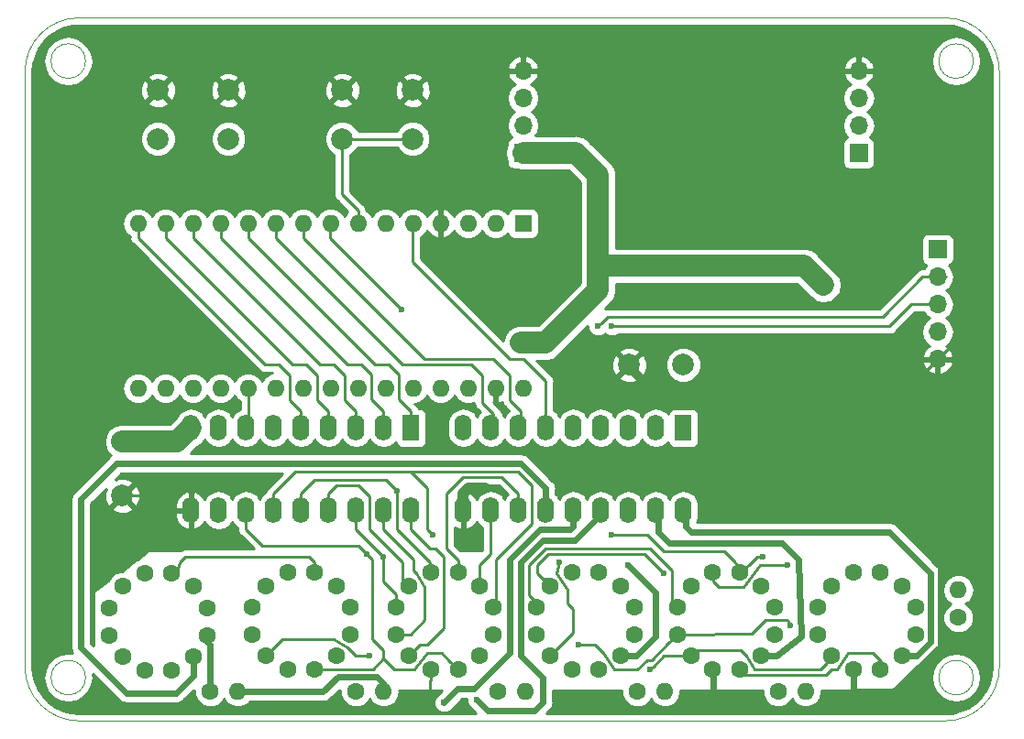
<source format=gtl>
G04 #@! TF.GenerationSoftware,KiCad,Pcbnew,(5.0.0)*
G04 #@! TF.CreationDate,2018-09-15T21:24:34+09:00*
G04 #@! TF.ProjectId,VFD_Clock_LD8035,5646445F436C6F636B5F4C4438303335,rev?*
G04 #@! TF.SameCoordinates,Original*
G04 #@! TF.FileFunction,Copper,L1,Top,Signal*
G04 #@! TF.FilePolarity,Positive*
%FSLAX46Y46*%
G04 Gerber Fmt 4.6, Leading zero omitted, Abs format (unit mm)*
G04 Created by KiCad (PCBNEW (5.0.0)) date 09/15/18 21:24:34*
%MOMM*%
%LPD*%
G01*
G04 APERTURE LIST*
G04 #@! TA.AperFunction,NonConductor*
%ADD10C,0.100000*%
G04 #@! TD*
G04 #@! TA.AperFunction,ComponentPad*
%ADD11R,1.600000X1.600000*%
G04 #@! TD*
G04 #@! TA.AperFunction,ComponentPad*
%ADD12O,1.600000X1.600000*%
G04 #@! TD*
G04 #@! TA.AperFunction,ComponentPad*
%ADD13C,2.000000*%
G04 #@! TD*
G04 #@! TA.AperFunction,ComponentPad*
%ADD14R,1.700000X1.700000*%
G04 #@! TD*
G04 #@! TA.AperFunction,ComponentPad*
%ADD15O,1.700000X1.700000*%
G04 #@! TD*
G04 #@! TA.AperFunction,ComponentPad*
%ADD16R,1.600000X2.400000*%
G04 #@! TD*
G04 #@! TA.AperFunction,ComponentPad*
%ADD17O,1.600000X2.400000*%
G04 #@! TD*
G04 #@! TA.AperFunction,ComponentPad*
%ADD18C,1.600000*%
G04 #@! TD*
G04 #@! TA.AperFunction,ViaPad*
%ADD19C,0.800000*%
G04 #@! TD*
G04 #@! TA.AperFunction,ViaPad*
%ADD20C,0.600000*%
G04 #@! TD*
G04 #@! TA.AperFunction,ViaPad*
%ADD21C,1.000000*%
G04 #@! TD*
G04 #@! TA.AperFunction,Conductor*
%ADD22C,0.250000*%
G04 #@! TD*
G04 #@! TA.AperFunction,Conductor*
%ADD23C,0.600000*%
G04 #@! TD*
G04 #@! TA.AperFunction,Conductor*
%ADD24C,1.000000*%
G04 #@! TD*
G04 #@! TA.AperFunction,Conductor*
%ADD25C,2.000000*%
G04 #@! TD*
G04 #@! TA.AperFunction,Conductor*
%ADD26C,0.254000*%
G04 #@! TD*
G04 APERTURE END LIST*
D10*
X106500000Y-83996400D02*
X186500000Y-83996400D01*
X101500000Y-88996400D02*
G75*
G02X106500000Y-83996400I5000000J0D01*
G01*
X101500000Y-143996400D02*
X101500000Y-88996400D01*
X106500000Y-148996400D02*
G75*
G02X101500000Y-143996400I0J5000000D01*
G01*
X186500000Y-148996400D02*
X106500000Y-148996400D01*
X191500000Y-143996400D02*
G75*
G02X186500000Y-148996400I-5000000J0D01*
G01*
X191500000Y-88996400D02*
X191500000Y-143996400D01*
X186500000Y-83996400D02*
G75*
G02X191500000Y-88996400I0J-5000000D01*
G01*
X189100001Y-87996399D02*
G75*
G03X189100001Y-87996399I-1600000J0D01*
G01*
X107100000Y-144996400D02*
G75*
G03X107100000Y-144996400I-1600000J0D01*
G01*
X189100001Y-144996400D02*
G75*
G03X189100001Y-144996400I-1600000J0D01*
G01*
X107100000Y-87996399D02*
G75*
G03X107100000Y-87996399I-1600000J0D01*
G01*
D11*
G04 #@! TO.P,ARDUINO1,1*
G04 #@! TO.N,N/C*
X147500000Y-103000000D03*
D12*
G04 #@! TO.P,ARDUINO1,17*
X114480000Y-118240000D03*
G04 #@! TO.P,ARDUINO1,2*
X144960000Y-103000000D03*
G04 #@! TO.P,ARDUINO1,18*
X117020000Y-118240000D03*
G04 #@! TO.P,ARDUINO1,3*
X142420000Y-103000000D03*
G04 #@! TO.P,ARDUINO1,19*
G04 #@! TO.N,/DIGIT_4_AR*
X119560000Y-118240000D03*
G04 #@! TO.P,ARDUINO1,4*
G04 #@! TO.N,GND*
X139880000Y-103000000D03*
G04 #@! TO.P,ARDUINO1,20*
G04 #@! TO.N,/SEG_DP*
X122100000Y-118240000D03*
G04 #@! TO.P,ARDUINO1,5*
G04 #@! TO.N,/DIGIT_5_AR*
X137340000Y-103000000D03*
G04 #@! TO.P,ARDUINO1,21*
G04 #@! TO.N,/DIGIT_0_AR*
X124640000Y-118240000D03*
G04 #@! TO.P,ARDUINO1,6*
G04 #@! TO.N,/SW_A*
X134800000Y-103000000D03*
G04 #@! TO.P,ARDUINO1,22*
G04 #@! TO.N,/DIGIT_1_AR*
X127180000Y-118240000D03*
G04 #@! TO.P,ARDUINO1,7*
G04 #@! TO.N,/SW_B*
X132260000Y-103000000D03*
G04 #@! TO.P,ARDUINO1,23*
G04 #@! TO.N,/SDA*
X129720000Y-118240000D03*
G04 #@! TO.P,ARDUINO1,8*
G04 #@! TO.N,/DIGIT_2_AR*
X129720000Y-103000000D03*
G04 #@! TO.P,ARDUINO1,24*
G04 #@! TO.N,/SCL*
X132260000Y-118240000D03*
G04 #@! TO.P,ARDUINO1,9*
G04 #@! TO.N,/SEG_A*
X127180000Y-103000000D03*
G04 #@! TO.P,ARDUINO1,25*
G04 #@! TO.N,N/C*
X134800000Y-118240000D03*
G04 #@! TO.P,ARDUINO1,10*
G04 #@! TO.N,/SEG_B*
X124640000Y-103000000D03*
G04 #@! TO.P,ARDUINO1,26*
G04 #@! TO.N,N/C*
X137340000Y-118240000D03*
G04 #@! TO.P,ARDUINO1,11*
G04 #@! TO.N,/SEG_C*
X122100000Y-103000000D03*
G04 #@! TO.P,ARDUINO1,27*
G04 #@! TO.N,+5V*
X139880000Y-118240000D03*
G04 #@! TO.P,ARDUINO1,12*
G04 #@! TO.N,/SEG_D*
X119560000Y-103000000D03*
G04 #@! TO.P,ARDUINO1,28*
G04 #@! TO.N,N/C*
X142420000Y-118240000D03*
G04 #@! TO.P,ARDUINO1,13*
G04 #@! TO.N,/SEG_E*
X117020000Y-103000000D03*
G04 #@! TO.P,ARDUINO1,29*
G04 #@! TO.N,GND*
X144960000Y-118240000D03*
G04 #@! TO.P,ARDUINO1,14*
G04 #@! TO.N,/SEG_F*
X114480000Y-103000000D03*
G04 #@! TO.P,ARDUINO1,30*
G04 #@! TO.N,N/C*
X147500000Y-118240000D03*
G04 #@! TO.P,ARDUINO1,15*
G04 #@! TO.N,/SEG_G*
X111940000Y-103000000D03*
G04 #@! TO.P,ARDUINO1,16*
G04 #@! TO.N,/DIGIT_3_AR*
X111940000Y-118240000D03*
G04 #@! TD*
D13*
G04 #@! TO.P,C2,1*
G04 #@! TO.N,+12V*
X110490000Y-123190000D03*
G04 #@! TO.P,C2,2*
G04 #@! TO.N,GND*
X110490000Y-128190000D03*
G04 #@! TD*
G04 #@! TO.P,C3,1*
G04 #@! TO.N,+12V*
X162306000Y-116078000D03*
G04 #@! TO.P,C3,2*
G04 #@! TO.N,GND*
X157306000Y-116078000D03*
G04 #@! TD*
D14*
G04 #@! TO.P,J3,1*
G04 #@! TO.N,N/C*
X185801000Y-105410000D03*
D15*
G04 #@! TO.P,J3,2*
G04 #@! TO.N,/SCL*
X185801000Y-107950000D03*
G04 #@! TO.P,J3,3*
G04 #@! TO.N,/SDA*
X185801000Y-110490000D03*
G04 #@! TO.P,J3,4*
G04 #@! TO.N,+5V*
X185801000Y-113030000D03*
G04 #@! TO.P,J3,5*
G04 #@! TO.N,GND*
X185801000Y-115570000D03*
G04 #@! TD*
D13*
G04 #@! TO.P,SW1,2*
G04 #@! TO.N,/SW_A*
X113792000Y-95178000D03*
G04 #@! TO.P,SW1,1*
G04 #@! TO.N,GND*
X113792000Y-90678000D03*
G04 #@! TO.P,SW1,2*
G04 #@! TO.N,/SW_A*
X120292000Y-95178000D03*
G04 #@! TO.P,SW1,1*
G04 #@! TO.N,GND*
X120292000Y-90678000D03*
G04 #@! TD*
G04 #@! TO.P,SW2,2*
G04 #@! TO.N,/SW_B*
X130810000Y-95178000D03*
G04 #@! TO.P,SW2,1*
G04 #@! TO.N,GND*
X130810000Y-90678000D03*
G04 #@! TO.P,SW2,2*
G04 #@! TO.N,/SW_B*
X137310000Y-95178000D03*
G04 #@! TO.P,SW2,1*
G04 #@! TO.N,GND*
X137310000Y-90678000D03*
G04 #@! TD*
D16*
G04 #@! TO.P,U2,1*
G04 #@! TO.N,/DIGIT_0_AR*
X162306000Y-121920000D03*
D17*
G04 #@! TO.P,U2,10*
G04 #@! TO.N,GND*
X141986000Y-129540000D03*
G04 #@! TO.P,U2,2*
G04 #@! TO.N,/DIGIT_1_AR*
X159766000Y-121920000D03*
G04 #@! TO.P,U2,11*
G04 #@! TO.N,/b*
X144526000Y-129540000D03*
G04 #@! TO.P,U2,3*
G04 #@! TO.N,/DIGIT_2_AR*
X157226000Y-121920000D03*
G04 #@! TO.P,U2,12*
G04 #@! TO.N,/a*
X147066000Y-129540000D03*
G04 #@! TO.P,U2,4*
G04 #@! TO.N,/DIGIT_3_AR*
X154686000Y-121920000D03*
G04 #@! TO.P,U2,13*
G04 #@! TO.N,/DIGIT_5*
X149606000Y-129540000D03*
G04 #@! TO.P,U2,5*
G04 #@! TO.N,/DIGIT_4_AR*
X152146000Y-121920000D03*
G04 #@! TO.P,U2,14*
G04 #@! TO.N,/DIGIT_4*
X152146000Y-129540000D03*
G04 #@! TO.P,U2,6*
G04 #@! TO.N,/DIGIT_5_AR*
X149606000Y-121920000D03*
G04 #@! TO.P,U2,15*
G04 #@! TO.N,/DIGIT_3*
X154686000Y-129540000D03*
G04 #@! TO.P,U2,7*
G04 #@! TO.N,/SEG_A*
X147066000Y-121920000D03*
G04 #@! TO.P,U2,16*
G04 #@! TO.N,/DIGIT_2*
X157226000Y-129540000D03*
G04 #@! TO.P,U2,8*
G04 #@! TO.N,/SEG_B*
X144526000Y-121920000D03*
G04 #@! TO.P,U2,17*
G04 #@! TO.N,/DIGIT_1*
X159766000Y-129540000D03*
G04 #@! TO.P,U2,9*
G04 #@! TO.N,+12V*
X141986000Y-121920000D03*
G04 #@! TO.P,U2,18*
G04 #@! TO.N,/DIGIT_0*
X162306000Y-129540000D03*
G04 #@! TD*
D16*
G04 #@! TO.P,U3,1*
G04 #@! TO.N,/SEG_C*
X137160000Y-121920000D03*
D17*
G04 #@! TO.P,U3,10*
G04 #@! TO.N,GND*
X116840000Y-129540000D03*
G04 #@! TO.P,U3,2*
G04 #@! TO.N,/SEG_D*
X134620000Y-121920000D03*
G04 #@! TO.P,U3,11*
G04 #@! TO.N,N/C*
X119380000Y-129540000D03*
G04 #@! TO.P,U3,3*
G04 #@! TO.N,/SEG_E*
X132080000Y-121920000D03*
G04 #@! TO.P,U3,12*
G04 #@! TO.N,/dp*
X121920000Y-129540000D03*
G04 #@! TO.P,U3,4*
G04 #@! TO.N,/SEG_F*
X129540000Y-121920000D03*
G04 #@! TO.P,U3,13*
G04 #@! TO.N,/h*
X124460000Y-129540000D03*
G04 #@! TO.P,U3,5*
G04 #@! TO.N,/SEG_G*
X127000000Y-121920000D03*
G04 #@! TO.P,U3,14*
G04 #@! TO.N,/g*
X127000000Y-129540000D03*
G04 #@! TO.P,U3,6*
G04 #@! TO.N,N/C*
X124460000Y-121920000D03*
G04 #@! TO.P,U3,15*
G04 #@! TO.N,/f*
X129540000Y-129540000D03*
G04 #@! TO.P,U3,7*
G04 #@! TO.N,/SEG_DP*
X121920000Y-121920000D03*
G04 #@! TO.P,U3,16*
G04 #@! TO.N,/e*
X132080000Y-129540000D03*
G04 #@! TO.P,U3,8*
G04 #@! TO.N,N/C*
X119380000Y-121920000D03*
G04 #@! TO.P,U3,17*
G04 #@! TO.N,/d*
X134620000Y-129540000D03*
G04 #@! TO.P,U3,9*
G04 #@! TO.N,+12V*
X116840000Y-121920000D03*
G04 #@! TO.P,U3,18*
G04 #@! TO.N,/c*
X137160000Y-129540000D03*
G04 #@! TD*
D14*
G04 #@! TO.P,J1,1*
G04 #@! TO.N,+5V*
X147500000Y-96500000D03*
D15*
G04 #@! TO.P,J1,2*
G04 #@! TO.N,N/C*
X147500000Y-93960000D03*
G04 #@! TO.P,J1,3*
X147500000Y-91420000D03*
G04 #@! TO.P,J1,4*
G04 #@! TO.N,GND*
X147500000Y-88880000D03*
G04 #@! TD*
D14*
G04 #@! TO.P,J2,1*
G04 #@! TO.N,+12V*
X178500000Y-96500000D03*
D15*
G04 #@! TO.P,J2,2*
G04 #@! TO.N,N/C*
X178500000Y-93960000D03*
G04 #@! TO.P,J2,3*
X178500000Y-91420000D03*
G04 #@! TO.P,J2,4*
G04 #@! TO.N,GND*
X178500000Y-88880000D03*
G04 #@! TD*
D18*
G04 #@! TO.P,V1,1*
G04 #@! TO.N,/dp*
X180500000Y-144250000D03*
G04 #@! TO.P,V1,2*
G04 #@! TO.N,/DIGIT_0*
X182500000Y-143000000D03*
G04 #@! TO.P,V1,3*
G04 #@! TO.N,Net-(R1-Pad1)*
X183750000Y-141000000D03*
G04 #@! TO.P,V1,4*
G04 #@! TO.N,/h*
X183750000Y-138500000D03*
G04 #@! TO.P,V1,5*
G04 #@! TO.N,/b*
X182500000Y-136500000D03*
G04 #@! TO.P,V1,6*
G04 #@! TO.N,/a*
X180500000Y-135250000D03*
G04 #@! TO.P,V1,8*
G04 #@! TO.N,/f*
X176000000Y-136500000D03*
G04 #@! TO.P,V1,9*
G04 #@! TO.N,/e*
X174750000Y-138500000D03*
G04 #@! TO.P,V1,10*
G04 #@! TO.N,/d*
X174750000Y-141000000D03*
G04 #@! TO.P,V1,11*
G04 #@! TO.N,/c*
X176000000Y-143000000D03*
G04 #@! TO.P,V1,12*
G04 #@! TO.N,GND*
X178000000Y-144250000D03*
G04 #@! TO.P,V1,7*
G04 #@! TO.N,/g*
X178000000Y-135250000D03*
G04 #@! TD*
G04 #@! TO.P,V2,1*
G04 #@! TO.N,/dp*
X167500000Y-144250000D03*
G04 #@! TO.P,V2,2*
G04 #@! TO.N,/DIGIT_1*
X169500000Y-143000000D03*
G04 #@! TO.P,V2,3*
G04 #@! TO.N,Net-(R2-Pad1)*
X170750000Y-141000000D03*
G04 #@! TO.P,V2,4*
G04 #@! TO.N,/h*
X170750000Y-138500000D03*
G04 #@! TO.P,V2,5*
G04 #@! TO.N,/b*
X169500000Y-136500000D03*
G04 #@! TO.P,V2,6*
G04 #@! TO.N,/a*
X167500000Y-135250000D03*
G04 #@! TO.P,V2,8*
G04 #@! TO.N,/f*
X163000000Y-136500000D03*
G04 #@! TO.P,V2,9*
G04 #@! TO.N,/e*
X161750000Y-138500000D03*
G04 #@! TO.P,V2,10*
G04 #@! TO.N,/d*
X161750000Y-141000000D03*
G04 #@! TO.P,V2,11*
G04 #@! TO.N,/c*
X163000000Y-143000000D03*
G04 #@! TO.P,V2,12*
G04 #@! TO.N,GND*
X165000000Y-144250000D03*
G04 #@! TO.P,V2,7*
G04 #@! TO.N,/g*
X165000000Y-135250000D03*
G04 #@! TD*
G04 #@! TO.P,V3,1*
G04 #@! TO.N,/dp*
X154500000Y-144250000D03*
G04 #@! TO.P,V3,2*
G04 #@! TO.N,/DIGIT_2*
X156500000Y-143000000D03*
G04 #@! TO.P,V3,3*
G04 #@! TO.N,Net-(R3-Pad1)*
X157750000Y-141000000D03*
G04 #@! TO.P,V3,4*
G04 #@! TO.N,/h*
X157750000Y-138500000D03*
G04 #@! TO.P,V3,5*
G04 #@! TO.N,/b*
X156500000Y-136500000D03*
G04 #@! TO.P,V3,6*
G04 #@! TO.N,/a*
X154500000Y-135250000D03*
G04 #@! TO.P,V3,8*
G04 #@! TO.N,/f*
X150000000Y-136500000D03*
G04 #@! TO.P,V3,9*
G04 #@! TO.N,/e*
X148750000Y-138500000D03*
G04 #@! TO.P,V3,10*
G04 #@! TO.N,/d*
X148750000Y-141000000D03*
G04 #@! TO.P,V3,11*
G04 #@! TO.N,/c*
X150000000Y-143000000D03*
G04 #@! TO.P,V3,12*
G04 #@! TO.N,GND*
X152000000Y-144250000D03*
G04 #@! TO.P,V3,7*
G04 #@! TO.N,/g*
X152000000Y-135250000D03*
G04 #@! TD*
G04 #@! TO.P,V4,1*
G04 #@! TO.N,/dp*
X141500000Y-144250000D03*
G04 #@! TO.P,V4,2*
G04 #@! TO.N,/DIGIT_3*
X143500000Y-143000000D03*
G04 #@! TO.P,V4,3*
G04 #@! TO.N,Net-(R4-Pad1)*
X144750000Y-141000000D03*
G04 #@! TO.P,V4,4*
G04 #@! TO.N,/h*
X144750000Y-138500000D03*
G04 #@! TO.P,V4,5*
G04 #@! TO.N,/b*
X143500000Y-136500000D03*
G04 #@! TO.P,V4,6*
G04 #@! TO.N,/a*
X141500000Y-135250000D03*
G04 #@! TO.P,V4,8*
G04 #@! TO.N,/f*
X137000000Y-136500000D03*
G04 #@! TO.P,V4,9*
G04 #@! TO.N,/e*
X135750000Y-138500000D03*
G04 #@! TO.P,V4,10*
G04 #@! TO.N,/d*
X135750000Y-141000000D03*
G04 #@! TO.P,V4,11*
G04 #@! TO.N,/c*
X137000000Y-143000000D03*
G04 #@! TO.P,V4,12*
G04 #@! TO.N,GND*
X139000000Y-144250000D03*
G04 #@! TO.P,V4,7*
G04 #@! TO.N,/g*
X139000000Y-135250000D03*
G04 #@! TD*
G04 #@! TO.P,V5,1*
G04 #@! TO.N,/dp*
X128250000Y-144250000D03*
G04 #@! TO.P,V5,2*
G04 #@! TO.N,/DIGIT_4*
X130250000Y-143000000D03*
G04 #@! TO.P,V5,3*
G04 #@! TO.N,Net-(R5-Pad1)*
X131500000Y-141000000D03*
G04 #@! TO.P,V5,4*
G04 #@! TO.N,/h*
X131500000Y-138500000D03*
G04 #@! TO.P,V5,5*
G04 #@! TO.N,/b*
X130250000Y-136500000D03*
G04 #@! TO.P,V5,6*
G04 #@! TO.N,/a*
X128250000Y-135250000D03*
G04 #@! TO.P,V5,8*
G04 #@! TO.N,/f*
X123750000Y-136500000D03*
G04 #@! TO.P,V5,9*
G04 #@! TO.N,/e*
X122500000Y-138500000D03*
G04 #@! TO.P,V5,10*
G04 #@! TO.N,/d*
X122500000Y-141000000D03*
G04 #@! TO.P,V5,11*
G04 #@! TO.N,/c*
X123750000Y-143000000D03*
G04 #@! TO.P,V5,12*
G04 #@! TO.N,GND*
X125750000Y-144250000D03*
G04 #@! TO.P,V5,7*
G04 #@! TO.N,/g*
X125750000Y-135250000D03*
G04 #@! TD*
G04 #@! TO.P,V6,1*
G04 #@! TO.N,/dp*
X115042000Y-144327000D03*
G04 #@! TO.P,V6,2*
G04 #@! TO.N,/DIGIT_5*
X117042000Y-143077000D03*
G04 #@! TO.P,V6,3*
G04 #@! TO.N,Net-(R6-Pad1)*
X118292000Y-141077000D03*
G04 #@! TO.P,V6,4*
G04 #@! TO.N,/h*
X118292000Y-138577000D03*
G04 #@! TO.P,V6,5*
G04 #@! TO.N,/b*
X117042000Y-136577000D03*
G04 #@! TO.P,V6,6*
G04 #@! TO.N,/a*
X115042000Y-135327000D03*
G04 #@! TO.P,V6,8*
G04 #@! TO.N,/f*
X110542000Y-136577000D03*
G04 #@! TO.P,V6,9*
G04 #@! TO.N,/e*
X109292000Y-138577000D03*
G04 #@! TO.P,V6,10*
G04 #@! TO.N,/d*
X109292000Y-141077000D03*
G04 #@! TO.P,V6,11*
G04 #@! TO.N,/c*
X110542000Y-143077000D03*
G04 #@! TO.P,V6,12*
G04 #@! TO.N,GND*
X112542000Y-144327000D03*
G04 #@! TO.P,V6,7*
G04 #@! TO.N,/g*
X112542000Y-135327000D03*
G04 #@! TD*
G04 #@! TO.P,R1,1*
G04 #@! TO.N,Net-(R1-Pad1)*
X187706000Y-139446000D03*
D12*
G04 #@! TO.P,R1,2*
G04 #@! TO.N,+5V*
X187706000Y-136906000D03*
G04 #@! TD*
G04 #@! TO.P,R2,2*
G04 #@! TO.N,+5V*
X173609000Y-146304000D03*
D18*
G04 #@! TO.P,R2,1*
G04 #@! TO.N,Net-(R2-Pad1)*
X171069000Y-146304000D03*
G04 #@! TD*
G04 #@! TO.P,R3,1*
G04 #@! TO.N,Net-(R3-Pad1)*
X158051500Y-146304000D03*
D12*
G04 #@! TO.P,R3,2*
G04 #@! TO.N,+5V*
X160591500Y-146304000D03*
G04 #@! TD*
G04 #@! TO.P,R4,2*
G04 #@! TO.N,+5V*
X147701000Y-146304000D03*
D18*
G04 #@! TO.P,R4,1*
G04 #@! TO.N,Net-(R4-Pad1)*
X145161000Y-146304000D03*
G04 #@! TD*
G04 #@! TO.P,R5,1*
G04 #@! TO.N,Net-(R5-Pad1)*
X132080000Y-146304000D03*
D12*
G04 #@! TO.P,R5,2*
G04 #@! TO.N,+5V*
X134620000Y-146304000D03*
G04 #@! TD*
G04 #@! TO.P,R6,2*
G04 #@! TO.N,+5V*
X121158000Y-146304000D03*
D18*
G04 #@! TO.P,R6,1*
G04 #@! TO.N,Net-(R6-Pad1)*
X118618000Y-146304000D03*
G04 #@! TD*
D19*
G04 #@! TO.N,GND*
X175260000Y-91440000D03*
X152400000Y-91440000D03*
X154940000Y-91440000D03*
X157480000Y-91440000D03*
X160020000Y-91440000D03*
X162560000Y-91440000D03*
X165100000Y-91440000D03*
X167640000Y-91440000D03*
X170180000Y-91440000D03*
X172720000Y-91440000D03*
D20*
X170688000Y-125476000D03*
X180848000Y-125476000D03*
X178308000Y-125476000D03*
X175768000Y-125476000D03*
X173228000Y-125476000D03*
X170688000Y-115824000D03*
X175768000Y-115824000D03*
X178308000Y-115824000D03*
X180848000Y-115824000D03*
X183388000Y-115824000D03*
X173228000Y-115824000D03*
X183388000Y-121412000D03*
X180848000Y-121412000D03*
X178308000Y-121412000D03*
X175768000Y-121412000D03*
X173228000Y-121412000D03*
X170688000Y-121412000D03*
X184277000Y-132080000D03*
X150876000Y-119634000D03*
X132080000Y-99060000D03*
X143510000Y-99060000D03*
X129540000Y-99060000D03*
X127000000Y-99060000D03*
X123190000Y-99060000D03*
X119380000Y-99060000D03*
X115570000Y-99060000D03*
X111760000Y-99060000D03*
X111760000Y-106934000D03*
X111760000Y-109982000D03*
X114554000Y-109982000D03*
X116840000Y-113538000D03*
X114554000Y-113538000D03*
X111760000Y-113538000D03*
X128778000Y-147828000D03*
X123190000Y-127127000D03*
X120650000Y-127127000D03*
X118110000Y-127127000D03*
X124206000Y-147828000D03*
X125730000Y-147828000D03*
X127254000Y-147828000D03*
X185674000Y-133350000D03*
X144018000Y-127508000D03*
X154432000Y-146812000D03*
G04 #@! TO.N,/SDA*
X155702000Y-112522000D03*
G04 #@! TO.N,/SCL*
X154432000Y-112522000D03*
G04 #@! TO.N,+5V*
X147320000Y-114046000D03*
D21*
X175260000Y-108712000D03*
D20*
X147320000Y-114046000D03*
X147320000Y-114046000D03*
X148336000Y-114046000D03*
X149352000Y-114046000D03*
G04 #@! TO.N,/a*
X169672000Y-133858000D03*
X155702000Y-131826000D03*
G04 #@! TO.N,/DIGIT_4*
X140208000Y-147320000D03*
G04 #@! TO.N,/DIGIT_3*
X143255984Y-147066000D03*
G04 #@! TO.N,/DIGIT_2*
X157226000Y-134620000D03*
G04 #@! TO.N,/dp*
X133096000Y-133604000D03*
G04 #@! TO.N,/h*
X139192000Y-131826000D03*
G04 #@! TO.N,/g*
X135890000Y-127762000D03*
X171958000Y-134620000D03*
G04 #@! TO.N,/f*
X160528000Y-135382000D03*
G04 #@! TO.N,/e*
X134620000Y-133858000D03*
G04 #@! TO.N,/d*
X172212000Y-140208000D03*
X152654000Y-141986000D03*
G04 #@! TO.N,/c*
X150876000Y-134366000D03*
X159258000Y-144272028D03*
X133350000Y-143002000D03*
G04 #@! TO.N,/DIGIT_2_AR*
X136271000Y-110998000D03*
G04 #@! TD*
D22*
G04 #@! TO.N,GND*
X152400000Y-91440000D02*
X154940000Y-91440000D01*
X157480000Y-91440000D02*
X160020000Y-91440000D01*
X162560000Y-91440000D02*
X165100000Y-91440000D01*
X167640000Y-91440000D02*
X170180000Y-91440000D01*
X172720000Y-91440000D02*
X175260000Y-91440000D01*
X178500000Y-88880000D02*
X147500000Y-88880000D01*
X178500000Y-88880000D02*
X182479000Y-88880000D01*
X187960000Y-94488000D02*
X187960000Y-113411000D01*
X187960000Y-113411000D02*
X185801000Y-115570000D01*
X187960000Y-94361000D02*
X187960000Y-94488000D01*
X182479000Y-88880000D02*
X187960000Y-94361000D01*
X180848000Y-125476000D02*
X178308000Y-125476000D01*
X175768000Y-125476000D02*
X173228000Y-125476000D01*
X173228000Y-115824000D02*
X170688000Y-115824000D01*
X178308000Y-115824000D02*
X175768000Y-115824000D01*
X183388000Y-115824000D02*
X180848000Y-115824000D01*
X180848000Y-121412000D02*
X183388000Y-121412000D01*
X175768000Y-121412000D02*
X178308000Y-121412000D01*
X170688000Y-121412000D02*
X173228000Y-121412000D01*
X157306000Y-116078000D02*
X157226000Y-116078000D01*
X157226000Y-116078000D02*
X153670000Y-119634000D01*
X153670000Y-119634000D02*
X150876000Y-119634000D01*
X157306000Y-116078000D02*
X157306000Y-116666000D01*
X157306000Y-116666000D02*
X159258000Y-118618000D01*
X182753000Y-118618000D02*
X185801000Y-115570000D01*
X159258000Y-118618000D02*
X182753000Y-118618000D01*
X132080000Y-99060000D02*
X143510000Y-99060000D01*
X127000000Y-99060000D02*
X129540000Y-99060000D01*
X119380000Y-99060000D02*
X123190000Y-99060000D01*
X111760000Y-99060000D02*
X115570000Y-99060000D01*
X127000000Y-99060000D02*
X123190000Y-99060000D01*
X111760000Y-109982000D02*
X111760000Y-106934000D01*
X115316000Y-109982000D02*
X114554000Y-109982000D01*
X116840000Y-111506000D02*
X115316000Y-109982000D01*
X116840000Y-113538000D02*
X116840000Y-111506000D01*
X111760000Y-113538000D02*
X114554000Y-113538000D01*
X138938000Y-145288000D02*
X138938000Y-146812000D01*
X137922000Y-147828000D02*
X128778000Y-147828000D01*
X138938000Y-146812000D02*
X137922000Y-147828000D01*
X139000000Y-145226000D02*
X138938000Y-145288000D01*
X139000000Y-144250000D02*
X139000000Y-145226000D01*
X116840000Y-129540000D02*
X116840000Y-127254000D01*
X120777000Y-127254000D02*
X123190000Y-127127000D01*
X120650000Y-127127000D02*
X120777000Y-127254000D01*
X116967000Y-127127000D02*
X118110000Y-127127000D01*
X116840000Y-127254000D02*
X116967000Y-127127000D01*
X124206000Y-147828000D02*
X123190000Y-147828000D01*
X127254000Y-147828000D02*
X125730000Y-147828000D01*
D23*
X186055000Y-134747000D02*
X186055000Y-133731000D01*
X186055000Y-133731000D02*
X185674000Y-133350000D01*
X186055000Y-142113000D02*
X186055000Y-134747000D01*
X181864000Y-146304000D02*
X186055000Y-142113000D01*
X178054000Y-146304000D02*
X181864000Y-146304000D01*
D24*
X141986000Y-129540000D02*
X141986000Y-128016000D01*
X141986000Y-128016000D02*
X142494000Y-127508000D01*
X142494000Y-127508000D02*
X144018000Y-127508000D01*
D22*
X110490000Y-128190000D02*
X112950000Y-128190000D01*
X112950000Y-128190000D02*
X114300000Y-129540000D01*
X114300000Y-129540000D02*
X116840000Y-129540000D01*
D23*
X165100000Y-146812000D02*
X166370000Y-148082000D01*
X178054000Y-146304000D02*
X178000000Y-144250000D01*
X176276000Y-148082000D02*
X178054000Y-146304000D01*
X166370000Y-148082000D02*
X176276000Y-148082000D01*
X165100000Y-146812000D02*
X165100000Y-144350000D01*
X163830000Y-148082000D02*
X165100000Y-146812000D01*
X155702000Y-148082000D02*
X163830000Y-148082000D01*
X154432000Y-146812000D02*
X155702000Y-148082000D01*
X165100000Y-144350000D02*
X165000000Y-144250000D01*
X112470000Y-144780000D02*
X113000000Y-144250000D01*
D22*
G04 #@! TO.N,/SEG_DP*
X122100000Y-118240000D02*
X122100000Y-121740000D01*
X122100000Y-121740000D02*
X121920000Y-121920000D01*
G04 #@! TO.N,/SDA*
X183388000Y-110490000D02*
X185801000Y-110490000D01*
X181356000Y-112522000D02*
X183388000Y-110490000D01*
X155702000Y-112522000D02*
X181356000Y-112522000D01*
G04 #@! TO.N,/SCL*
X184404000Y-107950000D02*
X184404000Y-107950000D01*
X186563000Y-107950000D02*
X184404000Y-107950000D01*
X154731999Y-112222001D02*
X154432000Y-112522000D01*
X180722331Y-111631669D02*
X155322331Y-111631669D01*
X155322331Y-111631669D02*
X154731999Y-112222001D01*
X184404000Y-107950000D02*
X180722331Y-111631669D01*
G04 #@! TO.N,/SEG_A*
X143510000Y-115570000D02*
X144780000Y-115570000D01*
X127242618Y-104394511D02*
X138430000Y-115570000D01*
X138430000Y-115570000D02*
X143510000Y-115570000D01*
X146304000Y-117348000D02*
X146304000Y-119380000D01*
X146304000Y-119380000D02*
X147320000Y-120396000D01*
X147320000Y-121920000D02*
X147320000Y-120396000D01*
X127242618Y-104394511D02*
X127180000Y-103000000D01*
X146304000Y-117094000D02*
X146304000Y-117348000D01*
X144780000Y-115570000D02*
X146304000Y-117094000D01*
G04 #@! TO.N,/SW_B*
X137310000Y-95178000D02*
X130810000Y-95178000D01*
X132260000Y-103000000D02*
X132260000Y-101780000D01*
X130810000Y-100330000D02*
X130810000Y-95178000D01*
X132260000Y-101780000D02*
X130810000Y-100330000D01*
G04 #@! TO.N,/SEG_B*
X124640000Y-103000000D02*
X124714000Y-104394000D01*
X144780000Y-120650000D02*
X144780000Y-121920000D01*
X143764000Y-119634000D02*
X144780000Y-120650000D01*
X143764000Y-117094000D02*
X143764000Y-119634000D01*
X142748000Y-116078000D02*
X143764000Y-117094000D01*
X136398000Y-116078000D02*
X142748000Y-116078000D01*
X124714000Y-104394000D02*
X136398000Y-116078000D01*
G04 #@! TO.N,/SEG_C*
X122100000Y-103000000D02*
X122174000Y-104394000D01*
X137160000Y-120396000D02*
X137160000Y-121920000D01*
X136017000Y-119253000D02*
X137160000Y-120396000D01*
X136017000Y-116967000D02*
X136017000Y-119253000D01*
X135128000Y-116078000D02*
X136017000Y-116967000D01*
X133858000Y-116078000D02*
X135128000Y-116078000D01*
X122174000Y-104394000D02*
X133858000Y-116078000D01*
D25*
G04 #@! TO.N,+5V*
X154432000Y-99314000D02*
X154432000Y-98552000D01*
X154432000Y-106934000D02*
X154432000Y-99314000D01*
X152380000Y-96500000D02*
X147500000Y-96500000D01*
X154432000Y-98552000D02*
X152380000Y-96500000D01*
X154432000Y-106934000D02*
X173482000Y-106934000D01*
X173482000Y-106934000D02*
X175260000Y-108712000D01*
X154432000Y-108204000D02*
X154432000Y-106934000D01*
X154432000Y-109220000D02*
X154432000Y-108204000D01*
X147320000Y-114046000D02*
X149606000Y-114046000D01*
X149606000Y-114046000D02*
X154432000Y-109220000D01*
D23*
X129032000Y-146304000D02*
X123698000Y-146304000D01*
X130460989Y-144875011D02*
X129032000Y-146304000D01*
X133953011Y-144875011D02*
X130460989Y-144875011D01*
X134620000Y-146304000D02*
X134620000Y-145542000D01*
X134620000Y-145542000D02*
X133953011Y-144875011D01*
X123698000Y-146304000D02*
X121158000Y-146304000D01*
D22*
G04 #@! TO.N,/SEG_D*
X119560000Y-103000000D02*
X119634000Y-104394000D01*
X134620000Y-120396000D02*
X134620000Y-121920000D01*
X133477000Y-119253000D02*
X134620000Y-120396000D01*
X133477000Y-116967000D02*
X133477000Y-119253000D01*
X132588000Y-116078000D02*
X133477000Y-116967000D01*
X131318000Y-116078000D02*
X132588000Y-116078000D01*
X119634000Y-104394000D02*
X131318000Y-116078000D01*
G04 #@! TO.N,/SEG_E*
X117020000Y-103000000D02*
X117094000Y-104394000D01*
X132080000Y-120396000D02*
X132080000Y-121920000D01*
X131064000Y-119380000D02*
X132080000Y-120396000D01*
X131064000Y-117094000D02*
X131064000Y-119380000D01*
X130048000Y-116078000D02*
X131064000Y-117094000D01*
X128778000Y-116078000D02*
X130048000Y-116078000D01*
X117094000Y-104394000D02*
X128778000Y-116078000D01*
G04 #@! TO.N,/SEG_F*
X114480000Y-103000000D02*
X114554000Y-104140000D01*
X129540000Y-120396000D02*
X129540000Y-121920000D01*
X128524000Y-119380000D02*
X129540000Y-120396000D01*
X128524000Y-117094000D02*
X128524000Y-119380000D01*
X126238000Y-116078000D02*
X127508000Y-116078000D01*
X127508000Y-116078000D02*
X128524000Y-117094000D01*
X126238000Y-116078000D02*
X126238000Y-116078000D01*
X114554000Y-104140000D02*
X114554000Y-104394000D01*
X114554000Y-104394000D02*
X126238000Y-116078000D01*
G04 #@! TO.N,/SEG_G*
X111940000Y-103000000D02*
X111940000Y-104320000D01*
X111940000Y-104320000D02*
X123698000Y-116078000D01*
X127000000Y-120396000D02*
X127000000Y-121920000D01*
X125984000Y-119380000D02*
X127000000Y-120396000D01*
X125984000Y-117094000D02*
X125984000Y-119380000D01*
X124968000Y-116078000D02*
X125984000Y-117094000D01*
X123698000Y-116078000D02*
X124968000Y-116078000D01*
D25*
G04 #@! TO.N,+12V*
X110490000Y-123190000D02*
X115570000Y-123190000D01*
X115570000Y-123190000D02*
X116840000Y-121920000D01*
D23*
G04 #@! TO.N,Net-(R6-Pad1)*
X118292000Y-141077000D02*
X118292000Y-141660000D01*
X118292000Y-141660000D02*
X118618000Y-141986000D01*
X118618000Y-141986000D02*
X118618000Y-146304000D01*
D22*
G04 #@! TO.N,/b*
X144526000Y-129540000D02*
X144526000Y-133604000D01*
X144526000Y-133604000D02*
X143500000Y-134630000D01*
X143500000Y-134630000D02*
X143500000Y-136500000D01*
G04 #@! TO.N,/a*
X168402000Y-134620000D02*
X167500000Y-135250000D01*
X169164000Y-133858000D02*
X168402000Y-134620000D01*
X169672000Y-133858000D02*
X169164000Y-133858000D01*
X155702000Y-131826000D02*
X159004000Y-131826000D01*
X159004000Y-131826000D02*
X160528000Y-133350000D01*
X160528000Y-133350000D02*
X166116000Y-133350000D01*
X166116000Y-133350000D02*
X167132000Y-134366000D01*
X167132000Y-134366000D02*
X167500000Y-135250000D01*
X128250000Y-135250000D02*
X128270000Y-134366000D01*
X115824000Y-134366000D02*
X115500000Y-135250000D01*
X116332000Y-133858000D02*
X115824000Y-134366000D01*
X127762000Y-133858000D02*
X116332000Y-133858000D01*
X128270000Y-134366000D02*
X127762000Y-133858000D01*
X145542000Y-126492000D02*
X141986000Y-126492000D01*
X141986000Y-126492000D02*
X140462000Y-128016000D01*
X140462000Y-128016000D02*
X140462000Y-133096000D01*
X140462000Y-133096000D02*
X141500000Y-134134000D01*
X141500000Y-134134000D02*
X141500000Y-135250000D01*
X147066000Y-129540000D02*
X147066000Y-128016000D01*
X147066000Y-128016000D02*
X145542000Y-126492000D01*
D23*
G04 #@! TO.N,/DIGIT_5*
X110871000Y-146431000D02*
X115443000Y-146431000D01*
X106680000Y-142240000D02*
X106680000Y-128524000D01*
X149606000Y-127508000D02*
X147320031Y-125224822D01*
X147320031Y-125224822D02*
X125730000Y-125222000D01*
X149606000Y-129540000D02*
X149606000Y-127508000D01*
X110871000Y-146431000D02*
X106680000Y-142240000D01*
X109982000Y-125222000D02*
X125730000Y-125222000D01*
X106680000Y-128524000D02*
X109982000Y-125222000D01*
X117042000Y-144832000D02*
X117042000Y-143077000D01*
X115443000Y-146431000D02*
X117042000Y-144832000D01*
G04 #@! TO.N,/DIGIT_4*
X148844000Y-131572000D02*
X149098000Y-131318000D01*
X146304000Y-134112000D02*
X148844000Y-131572000D01*
X152146000Y-131064000D02*
X152146000Y-129540000D01*
X151892000Y-131318000D02*
X152146000Y-131064000D01*
X149098000Y-131318000D02*
X151892000Y-131318000D01*
X146304000Y-134112000D02*
X146303972Y-134112028D01*
X141478000Y-146050000D02*
X140208000Y-147320000D01*
X143002000Y-146050000D02*
X141478000Y-146050000D01*
X146304000Y-134112000D02*
X146304000Y-142748000D01*
X146304000Y-142748000D02*
X143002000Y-146050000D01*
G04 #@! TO.N,/DIGIT_3*
X143555983Y-147365999D02*
X143255984Y-147066000D01*
X148590000Y-148082000D02*
X144271984Y-148082000D01*
X149352000Y-147320000D02*
X148590000Y-148082000D01*
X149352000Y-145034000D02*
X149352000Y-147320000D01*
X154686000Y-129940000D02*
X152292000Y-132334000D01*
X144271984Y-148082000D02*
X143555983Y-147365999D01*
X154686000Y-129540000D02*
X154686000Y-129940000D01*
X152292000Y-132334000D02*
X149352000Y-132334000D01*
X149352000Y-132334000D02*
X147320000Y-134366000D01*
X147320000Y-134366000D02*
X147320000Y-143002000D01*
X147320000Y-143002000D02*
X149352000Y-145034000D01*
G04 #@! TO.N,/DIGIT_2*
X157525999Y-134919999D02*
X157226000Y-134620000D01*
X159766000Y-137160000D02*
X157525999Y-134919999D01*
X159766000Y-141224000D02*
X159766000Y-137160000D01*
X156500000Y-143000000D02*
X157990000Y-143000000D01*
X157990000Y-143000000D02*
X159766000Y-141224000D01*
G04 #@! TO.N,/DIGIT_1*
X160020000Y-129540000D02*
X160020000Y-131572000D01*
X170942000Y-143001700D02*
X169500000Y-143000000D01*
X170941701Y-143001700D02*
X170942000Y-143001700D01*
X173203195Y-141192985D02*
X170941701Y-143001700D01*
X172974000Y-134112000D02*
X173203195Y-141192985D01*
X171450000Y-132588000D02*
X172974000Y-134112000D01*
X161036000Y-132588000D02*
X171450000Y-132588000D01*
X160020000Y-131572000D02*
X161036000Y-132588000D01*
G04 #@! TO.N,/DIGIT_0*
X182500000Y-143000000D02*
X183640000Y-143000000D01*
X183896000Y-143002000D02*
X185166000Y-141732000D01*
X183642000Y-143002000D02*
X183896000Y-143002000D01*
X183640000Y-143000000D02*
X183642000Y-143002000D01*
X162560000Y-129540000D02*
X162560000Y-131064000D01*
X185166000Y-135382000D02*
X185166000Y-141732000D01*
X181356000Y-131572000D02*
X185166000Y-135382000D01*
X163068000Y-131572000D02*
X181356000Y-131572000D01*
X162560000Y-131064000D02*
X163068000Y-131572000D01*
D22*
G04 #@! TO.N,/dp*
X121920000Y-129540000D02*
X121920000Y-131318000D01*
X121920000Y-131318000D02*
X123444000Y-132842000D01*
X123444000Y-132842000D02*
X132334000Y-132842000D01*
X132334000Y-132842000D02*
X133096000Y-133604000D01*
X115500000Y-144250000D02*
X115548000Y-144250000D01*
X133626000Y-144250000D02*
X134620000Y-143256000D01*
X128250000Y-144250000D02*
X133626000Y-144250000D01*
X133604000Y-134112000D02*
X133604000Y-141478000D01*
X133096000Y-133604000D02*
X133604000Y-134112000D01*
X133604000Y-141478000D02*
X134620000Y-142494000D01*
X134620000Y-142494000D02*
X134620000Y-143256000D01*
X137436000Y-144250000D02*
X137668000Y-144018000D01*
X138684000Y-142748000D02*
X139998000Y-142748000D01*
X139998000Y-142748000D02*
X140700001Y-143450001D01*
X140700001Y-143450001D02*
X141500000Y-144250000D01*
X137668000Y-144018000D02*
X138684000Y-142748000D01*
X135614000Y-144250000D02*
X137436000Y-144250000D01*
X134620000Y-143256000D02*
X135614000Y-144250000D01*
X180594000Y-143510000D02*
X180500000Y-144250000D01*
X168030000Y-144780000D02*
X175514000Y-144780000D01*
X167500000Y-144250000D02*
X168030000Y-144780000D01*
X175514000Y-144780000D02*
X176022000Y-144272000D01*
X179832000Y-142748000D02*
X180594000Y-143510000D01*
X176022000Y-144272000D02*
X176530000Y-144272000D01*
X176530000Y-144272000D02*
X177546000Y-142748000D01*
X177546000Y-142748000D02*
X179832000Y-142748000D01*
G04 #@! TO.N,/h*
X137160137Y-125989904D02*
X138684000Y-127508000D01*
X138684000Y-127508000D02*
X138684000Y-131318000D01*
X138684000Y-131318000D02*
X139192000Y-131826000D01*
X137928418Y-125977891D02*
X138938000Y-125984000D01*
X138938000Y-125984000D02*
X147066000Y-125984000D01*
X147066000Y-125984000D02*
X148336000Y-127254000D01*
X148336000Y-127254000D02*
X148336000Y-130810000D01*
X148336000Y-130810000D02*
X145034000Y-134112000D01*
X145034000Y-134112000D02*
X145034000Y-138216000D01*
X145034000Y-138216000D02*
X144750000Y-138500000D01*
X124460000Y-129540000D02*
X124460000Y-128016000D01*
X124460000Y-128016000D02*
X126492000Y-125984000D01*
X126492000Y-125984000D02*
X137160137Y-125989904D01*
X137160137Y-125989904D02*
X137928418Y-125977891D01*
G04 #@! TO.N,/g*
X165000000Y-135250000D02*
X165100000Y-136144000D01*
X169418000Y-134620000D02*
X171958000Y-134620000D01*
X167894000Y-136652000D02*
X169418000Y-134620000D01*
X165608000Y-136652000D02*
X167894000Y-136652000D01*
X165100000Y-136144000D02*
X165608000Y-136652000D01*
X138938000Y-134366000D02*
X138938000Y-135188000D01*
X138938000Y-135188000D02*
X139000000Y-135250000D01*
X135890000Y-131318000D02*
X138938000Y-134366000D01*
X138938000Y-135188000D02*
X139000000Y-135250000D01*
X127000000Y-129540000D02*
X127000000Y-128016000D01*
X127000000Y-128016000D02*
X128270000Y-126746000D01*
X128270000Y-126746000D02*
X134874000Y-126746000D01*
X134874000Y-126746000D02*
X135890000Y-127762000D01*
X135890000Y-127762000D02*
X135890000Y-131318000D01*
G04 #@! TO.N,/f*
X158750000Y-133604000D02*
X160528000Y-135382000D01*
X149860000Y-133604000D02*
X158750000Y-133604000D01*
X148844000Y-134620000D02*
X149860000Y-133604000D01*
X148844000Y-135382000D02*
X148844000Y-134620000D01*
X149352000Y-135890000D02*
X148844000Y-135382000D01*
X149606000Y-135890000D02*
X149352000Y-135890000D01*
X150000000Y-136500000D02*
X150000000Y-136284000D01*
X150000000Y-136284000D02*
X149606000Y-135890000D01*
X129540000Y-129540000D02*
X129540000Y-128016000D01*
X129540000Y-128016000D02*
X130302000Y-127254000D01*
X130302000Y-127254000D02*
X132334000Y-127254000D01*
X132334000Y-127254000D02*
X133350000Y-128270000D01*
X133350000Y-128270000D02*
X133350000Y-131318000D01*
X133350000Y-131318000D02*
X136398000Y-134366000D01*
X136398000Y-134366000D02*
X136398000Y-135898000D01*
X136398000Y-135898000D02*
X137000000Y-136500000D01*
X150000000Y-136500000D02*
X150470000Y-136500000D01*
X129540000Y-129540000D02*
X129540000Y-130556000D01*
G04 #@! TO.N,/e*
X157988000Y-133096000D02*
X159258000Y-133096000D01*
X148082000Y-137414000D02*
X148082000Y-134620000D01*
X148082000Y-134620000D02*
X149606000Y-133096000D01*
X149606000Y-133096000D02*
X157988000Y-133096000D01*
X148750000Y-138082000D02*
X148082000Y-137414000D01*
X161290000Y-135128000D02*
X161290000Y-138040000D01*
X159258000Y-133096000D02*
X161290000Y-135128000D01*
X161290000Y-138040000D02*
X161750000Y-138500000D01*
X148750000Y-138500000D02*
X148750000Y-138082000D01*
X132080000Y-129540000D02*
X132080000Y-131318000D01*
X132080000Y-131318000D02*
X134620000Y-133858000D01*
X134620000Y-133858000D02*
X134620000Y-136144000D01*
X134620000Y-136144000D02*
X135750000Y-137274000D01*
X135750000Y-137274000D02*
X135750000Y-138500000D01*
G04 #@! TO.N,/d*
X161750000Y-141000000D02*
X168656000Y-140970000D01*
X171958000Y-139700000D02*
X172212000Y-140208000D01*
X171450000Y-139700000D02*
X171958000Y-139700000D01*
X169926000Y-139700000D02*
X171450000Y-139700000D01*
X168656000Y-140970000D02*
X169926000Y-139700000D01*
X138430000Y-136652000D02*
X138430000Y-139700000D01*
X138430000Y-139700000D02*
X137130000Y-141000000D01*
X137130000Y-141000000D02*
X135750000Y-141000000D01*
X137668000Y-135382000D02*
X138430000Y-136652000D01*
X137414000Y-134112000D02*
X137414000Y-135128000D01*
X137414000Y-135128000D02*
X137668000Y-135382000D01*
X134620000Y-129540000D02*
X134620000Y-131318000D01*
X134620000Y-131318000D02*
X136398000Y-133096000D01*
X136398000Y-133096000D02*
X136398000Y-133096000D01*
X136398000Y-133096000D02*
X137414000Y-134112000D01*
X159357002Y-143392998D02*
X160950001Y-141799999D01*
X154940000Y-142748000D02*
X155956000Y-144272000D01*
X158957998Y-143392998D02*
X159357002Y-143392998D01*
X158078996Y-144272000D02*
X158957998Y-143392998D01*
X155956000Y-144272000D02*
X158078996Y-144272000D01*
X154178000Y-141986000D02*
X154940000Y-142748000D01*
X152654000Y-141986000D02*
X154178000Y-141986000D01*
X160950001Y-141799999D02*
X161750000Y-141000000D01*
G04 #@! TO.N,/c*
X168910000Y-144272000D02*
X175006000Y-144272000D01*
X167640000Y-142494000D02*
X168148000Y-143002000D01*
X168148000Y-143002000D02*
X168910000Y-144272000D01*
X163576000Y-142494000D02*
X167640000Y-142494000D01*
X175514000Y-143764000D02*
X176000000Y-143000000D01*
X175006000Y-144272000D02*
X175514000Y-143764000D01*
X163000000Y-143000000D02*
X163576000Y-142494000D01*
X152146000Y-138684000D02*
X152146000Y-140854000D01*
X152146000Y-140854000D02*
X150000000Y-143000000D01*
X151638000Y-137922000D02*
X151638000Y-138176000D01*
X151638000Y-138176000D02*
X152146000Y-138684000D01*
X150622000Y-135382000D02*
X150876000Y-134366000D01*
X151638000Y-136906000D02*
X150622000Y-135382000D01*
X151638000Y-137922000D02*
X151638000Y-136906000D01*
X137160000Y-129540000D02*
X137160000Y-131318000D01*
X138014000Y-141986000D02*
X137000000Y-143000000D01*
X138684000Y-141986000D02*
X138014000Y-141986000D01*
X140208000Y-140462000D02*
X138684000Y-141986000D01*
X140208000Y-133858000D02*
X140208000Y-140462000D01*
X139446000Y-133096000D02*
X140208000Y-133858000D01*
X138938000Y-133096000D02*
X139446000Y-133096000D01*
X137160000Y-131318000D02*
X138938000Y-133096000D01*
X123750000Y-143000000D02*
X123750000Y-142950000D01*
X163000000Y-143000000D02*
X160530028Y-143000000D01*
X159557999Y-143972029D02*
X159258000Y-144272028D01*
X160530028Y-143000000D02*
X159557999Y-143972029D01*
X123750000Y-143000000D02*
X125272000Y-141478000D01*
X132080000Y-143002000D02*
X132925736Y-143002000D01*
X132925736Y-143002000D02*
X133350000Y-143002000D01*
X131318000Y-142240000D02*
X132080000Y-143002000D01*
X130048000Y-141478000D02*
X131318000Y-142240000D01*
X125272000Y-141478000D02*
X130048000Y-141478000D01*
G04 #@! TO.N,/DIGIT_5_AR*
X137287000Y-104267000D02*
X137340000Y-103000000D01*
X137287000Y-106553000D02*
X137287000Y-104267000D01*
X146304000Y-115570000D02*
X137287000Y-106553000D01*
X147574000Y-115570000D02*
X146304000Y-115570000D01*
X149606000Y-121920000D02*
X149606000Y-117602000D01*
X149606000Y-117602000D02*
X147574000Y-115570000D01*
G04 #@! TO.N,/DIGIT_2_AR*
X129667000Y-104394000D02*
X129720000Y-103000000D01*
X136271000Y-110998000D02*
X129667000Y-104394000D01*
G04 #@! TD*
D26*
G04 #@! TO.N,GND*
G36*
X187263637Y-84752275D02*
X188003140Y-84954580D01*
X188695128Y-85284642D01*
X189317733Y-85732029D01*
X189851268Y-86282595D01*
X190278876Y-86918944D01*
X190587041Y-87620961D01*
X190767283Y-88371720D01*
X190815000Y-89021512D01*
X190815001Y-143965884D01*
X190744125Y-144760037D01*
X190541820Y-145499540D01*
X190211758Y-146191528D01*
X189764371Y-146814133D01*
X189213808Y-147347666D01*
X188577456Y-147775276D01*
X187875437Y-148083442D01*
X187124681Y-148263682D01*
X186474888Y-148311400D01*
X149682890Y-148311400D01*
X149948030Y-148046259D01*
X150026097Y-147994097D01*
X150232750Y-147684819D01*
X150287000Y-147412086D01*
X150305317Y-147320000D01*
X150287000Y-147227914D01*
X150287000Y-146177000D01*
X156616500Y-146177000D01*
X156616500Y-146589439D01*
X156834966Y-147116862D01*
X157238638Y-147520534D01*
X157766061Y-147739000D01*
X158336939Y-147739000D01*
X158864362Y-147520534D01*
X159268034Y-147116862D01*
X159321894Y-146986832D01*
X159556923Y-147338577D01*
X160031591Y-147655740D01*
X160450167Y-147739000D01*
X160732833Y-147739000D01*
X161151409Y-147655740D01*
X161626077Y-147338577D01*
X161943240Y-146863909D01*
X162054613Y-146304000D01*
X162029351Y-146177000D01*
X169634000Y-146177000D01*
X169634000Y-146589439D01*
X169852466Y-147116862D01*
X170256138Y-147520534D01*
X170783561Y-147739000D01*
X171354439Y-147739000D01*
X171881862Y-147520534D01*
X172285534Y-147116862D01*
X172339394Y-146986832D01*
X172574423Y-147338577D01*
X173049091Y-147655740D01*
X173467667Y-147739000D01*
X173750333Y-147739000D01*
X174168909Y-147655740D01*
X174643577Y-147338577D01*
X174960740Y-146863909D01*
X175072113Y-146304000D01*
X175046851Y-146177000D01*
X181610000Y-146177000D01*
X181658601Y-146167333D01*
X181699803Y-146139803D01*
X182843206Y-144996400D01*
X185195001Y-144996400D01*
X185307816Y-145708684D01*
X185635217Y-146351245D01*
X186145156Y-146861184D01*
X186787717Y-147188585D01*
X187500001Y-147301400D01*
X188212285Y-147188585D01*
X188854846Y-146861184D01*
X189364785Y-146351245D01*
X189692186Y-145708684D01*
X189805001Y-144996400D01*
X189692186Y-144284116D01*
X189364785Y-143641555D01*
X188854846Y-143131616D01*
X188212285Y-142804215D01*
X187500001Y-142691400D01*
X186787717Y-142804215D01*
X186145156Y-143131616D01*
X185635217Y-143641555D01*
X185307816Y-144284116D01*
X185195001Y-144996400D01*
X182843206Y-144996400D01*
X183886232Y-143953374D01*
X183896000Y-143955317D01*
X183988086Y-143937000D01*
X184260819Y-143882750D01*
X184570097Y-143676097D01*
X184622261Y-143598028D01*
X185762031Y-142458259D01*
X185840097Y-142406097D01*
X186046750Y-142096819D01*
X186101000Y-141824086D01*
X186101000Y-141824083D01*
X186119316Y-141732001D01*
X186101000Y-141639919D01*
X186101000Y-136906000D01*
X186242887Y-136906000D01*
X186354260Y-137465909D01*
X186671423Y-137940577D01*
X187023168Y-138175606D01*
X186893138Y-138229466D01*
X186489466Y-138633138D01*
X186271000Y-139160561D01*
X186271000Y-139731439D01*
X186489466Y-140258862D01*
X186893138Y-140662534D01*
X187420561Y-140881000D01*
X187991439Y-140881000D01*
X188518862Y-140662534D01*
X188922534Y-140258862D01*
X189141000Y-139731439D01*
X189141000Y-139160561D01*
X188922534Y-138633138D01*
X188518862Y-138229466D01*
X188388832Y-138175606D01*
X188740577Y-137940577D01*
X189057740Y-137465909D01*
X189169113Y-136906000D01*
X189057740Y-136346091D01*
X188740577Y-135871423D01*
X188265909Y-135554260D01*
X187847333Y-135471000D01*
X187564667Y-135471000D01*
X187146091Y-135554260D01*
X186671423Y-135871423D01*
X186354260Y-136346091D01*
X186242887Y-136906000D01*
X186101000Y-136906000D01*
X186101000Y-135474086D01*
X186119317Y-135382000D01*
X186046750Y-135017181D01*
X186004175Y-134953463D01*
X185840097Y-134707903D01*
X185762028Y-134655739D01*
X182082261Y-130975972D01*
X182030097Y-130897903D01*
X181720819Y-130691250D01*
X181448086Y-130637000D01*
X181356000Y-130618683D01*
X181263914Y-130637000D01*
X163566138Y-130637000D01*
X163657740Y-130499909D01*
X163741000Y-130081333D01*
X163741000Y-128998668D01*
X163657740Y-128580091D01*
X163340577Y-128105423D01*
X162865909Y-127788260D01*
X162306000Y-127676887D01*
X161746092Y-127788260D01*
X161271424Y-128105423D01*
X161036000Y-128457759D01*
X160800577Y-128105423D01*
X160325909Y-127788260D01*
X159766000Y-127676887D01*
X159206092Y-127788260D01*
X158731424Y-128105423D01*
X158496000Y-128457759D01*
X158260577Y-128105423D01*
X157785909Y-127788260D01*
X157226000Y-127676887D01*
X156666092Y-127788260D01*
X156191424Y-128105423D01*
X155956000Y-128457759D01*
X155720577Y-128105423D01*
X155245909Y-127788260D01*
X154686000Y-127676887D01*
X154126092Y-127788260D01*
X153651424Y-128105423D01*
X153416000Y-128457759D01*
X153180577Y-128105423D01*
X152705909Y-127788260D01*
X152146000Y-127676887D01*
X151586092Y-127788260D01*
X151111424Y-128105423D01*
X150876000Y-128457759D01*
X150640577Y-128105423D01*
X150541000Y-128038888D01*
X150541000Y-127599792D01*
X150559316Y-127507417D01*
X150523247Y-127326662D01*
X150486750Y-127143181D01*
X150486584Y-127142932D01*
X150486526Y-127142643D01*
X150383759Y-126989044D01*
X150280097Y-126833903D01*
X150201790Y-126781580D01*
X148046171Y-124628594D01*
X147994215Y-124550814D01*
X147915867Y-124498448D01*
X147915617Y-124498199D01*
X147838976Y-124447057D01*
X147684964Y-124344120D01*
X147684610Y-124344050D01*
X147684311Y-124343850D01*
X147502216Y-124307745D01*
X147412239Y-124289835D01*
X147411890Y-124289835D01*
X147319449Y-124271506D01*
X147227716Y-124289811D01*
X125822147Y-124287012D01*
X125822086Y-124287000D01*
X125729814Y-124287000D01*
X125638037Y-124286988D01*
X125637977Y-124287000D01*
X116803405Y-124287000D01*
X116839988Y-124232250D01*
X117401688Y-123670551D01*
X117874576Y-123354577D01*
X118110000Y-123002241D01*
X118345423Y-123354576D01*
X118820091Y-123671740D01*
X119380000Y-123783113D01*
X119939908Y-123671740D01*
X120414576Y-123354577D01*
X120650000Y-123002241D01*
X120885423Y-123354576D01*
X121360091Y-123671740D01*
X121920000Y-123783113D01*
X122479908Y-123671740D01*
X122954576Y-123354577D01*
X123190000Y-123002241D01*
X123425423Y-123354576D01*
X123900091Y-123671740D01*
X124460000Y-123783113D01*
X125019908Y-123671740D01*
X125494576Y-123354577D01*
X125730000Y-123002241D01*
X125965423Y-123354576D01*
X126440091Y-123671740D01*
X127000000Y-123783113D01*
X127559908Y-123671740D01*
X128034576Y-123354577D01*
X128270000Y-123002241D01*
X128505423Y-123354576D01*
X128980091Y-123671740D01*
X129540000Y-123783113D01*
X130099908Y-123671740D01*
X130574576Y-123354577D01*
X130810000Y-123002241D01*
X131045423Y-123354576D01*
X131520091Y-123671740D01*
X132080000Y-123783113D01*
X132639908Y-123671740D01*
X133114576Y-123354577D01*
X133350000Y-123002241D01*
X133585423Y-123354576D01*
X134060091Y-123671740D01*
X134620000Y-123783113D01*
X135179908Y-123671740D01*
X135654576Y-123354577D01*
X135735215Y-123233893D01*
X135761843Y-123367765D01*
X135902191Y-123577809D01*
X136112235Y-123718157D01*
X136360000Y-123767440D01*
X137960000Y-123767440D01*
X138207765Y-123718157D01*
X138417809Y-123577809D01*
X138558157Y-123367765D01*
X138607440Y-123120000D01*
X138607440Y-120720000D01*
X138558157Y-120472235D01*
X138417809Y-120262191D01*
X138207765Y-120121843D01*
X137960000Y-120072560D01*
X137857928Y-120072560D01*
X137707929Y-119848071D01*
X137644473Y-119805671D01*
X137508415Y-119669613D01*
X137899909Y-119591740D01*
X138374577Y-119274577D01*
X138610000Y-118922242D01*
X138845423Y-119274577D01*
X139320091Y-119591740D01*
X139738667Y-119675000D01*
X140021333Y-119675000D01*
X140439909Y-119591740D01*
X140914577Y-119274577D01*
X141150000Y-118922242D01*
X141385423Y-119274577D01*
X141860091Y-119591740D01*
X142278667Y-119675000D01*
X142561333Y-119675000D01*
X142979909Y-119591740D01*
X143000217Y-119578170D01*
X142989112Y-119634000D01*
X143048097Y-119930537D01*
X143162713Y-120102071D01*
X143216072Y-120181929D01*
X143279528Y-120224329D01*
X143520916Y-120465717D01*
X143491424Y-120485423D01*
X143256000Y-120837759D01*
X143020577Y-120485423D01*
X142545909Y-120168260D01*
X141986000Y-120056887D01*
X141426092Y-120168260D01*
X140951424Y-120485423D01*
X140634260Y-120960091D01*
X140551000Y-121378667D01*
X140551000Y-122461332D01*
X140634260Y-122879908D01*
X140951423Y-123354576D01*
X141426091Y-123671740D01*
X141986000Y-123783113D01*
X142545908Y-123671740D01*
X143020576Y-123354577D01*
X143256000Y-123002241D01*
X143491423Y-123354576D01*
X143966091Y-123671740D01*
X144526000Y-123783113D01*
X145085908Y-123671740D01*
X145560576Y-123354577D01*
X145796000Y-123002241D01*
X146031423Y-123354576D01*
X146506091Y-123671740D01*
X147066000Y-123783113D01*
X147625908Y-123671740D01*
X148100576Y-123354577D01*
X148336000Y-123002241D01*
X148571423Y-123354576D01*
X149046091Y-123671740D01*
X149606000Y-123783113D01*
X150165908Y-123671740D01*
X150640576Y-123354577D01*
X150876000Y-123002241D01*
X151111423Y-123354576D01*
X151586091Y-123671740D01*
X152146000Y-123783113D01*
X152705908Y-123671740D01*
X153180576Y-123354577D01*
X153416000Y-123002241D01*
X153651423Y-123354576D01*
X154126091Y-123671740D01*
X154686000Y-123783113D01*
X155245908Y-123671740D01*
X155720576Y-123354577D01*
X155956000Y-123002241D01*
X156191423Y-123354576D01*
X156666091Y-123671740D01*
X157226000Y-123783113D01*
X157785908Y-123671740D01*
X158260576Y-123354577D01*
X158496000Y-123002241D01*
X158731423Y-123354576D01*
X159206091Y-123671740D01*
X159766000Y-123783113D01*
X160325908Y-123671740D01*
X160800576Y-123354577D01*
X160881215Y-123233893D01*
X160907843Y-123367765D01*
X161048191Y-123577809D01*
X161258235Y-123718157D01*
X161506000Y-123767440D01*
X163106000Y-123767440D01*
X163353765Y-123718157D01*
X163563809Y-123577809D01*
X163704157Y-123367765D01*
X163753440Y-123120000D01*
X163753440Y-120720000D01*
X163704157Y-120472235D01*
X163563809Y-120262191D01*
X163353765Y-120121843D01*
X163106000Y-120072560D01*
X161506000Y-120072560D01*
X161258235Y-120121843D01*
X161048191Y-120262191D01*
X160907843Y-120472235D01*
X160881215Y-120606106D01*
X160800577Y-120485423D01*
X160325909Y-120168260D01*
X159766000Y-120056887D01*
X159206092Y-120168260D01*
X158731424Y-120485423D01*
X158496000Y-120837759D01*
X158260577Y-120485423D01*
X157785909Y-120168260D01*
X157226000Y-120056887D01*
X156666092Y-120168260D01*
X156191424Y-120485423D01*
X155956000Y-120837759D01*
X155720577Y-120485423D01*
X155245909Y-120168260D01*
X154686000Y-120056887D01*
X154126092Y-120168260D01*
X153651424Y-120485423D01*
X153416000Y-120837759D01*
X153180577Y-120485423D01*
X152705909Y-120168260D01*
X152146000Y-120056887D01*
X151586092Y-120168260D01*
X151111424Y-120485423D01*
X150876000Y-120837759D01*
X150640577Y-120485423D01*
X150366000Y-120301957D01*
X150366000Y-117676847D01*
X150380888Y-117602000D01*
X150366000Y-117527153D01*
X150366000Y-117527148D01*
X150321904Y-117305463D01*
X150271837Y-117230532D01*
X156333073Y-117230532D01*
X156431736Y-117497387D01*
X157041461Y-117723908D01*
X157691460Y-117699856D01*
X158180264Y-117497387D01*
X158278927Y-117230532D01*
X157306000Y-116257605D01*
X156333073Y-117230532D01*
X150271837Y-117230532D01*
X150153929Y-117054071D01*
X150090473Y-117011671D01*
X148892263Y-115813461D01*
X155660092Y-115813461D01*
X155684144Y-116463460D01*
X155886613Y-116952264D01*
X156153468Y-117050927D01*
X157126395Y-116078000D01*
X157485605Y-116078000D01*
X158458532Y-117050927D01*
X158725387Y-116952264D01*
X158951908Y-116342539D01*
X158930085Y-115752778D01*
X160671000Y-115752778D01*
X160671000Y-116403222D01*
X160919914Y-117004153D01*
X161379847Y-117464086D01*
X161980778Y-117713000D01*
X162631222Y-117713000D01*
X163232153Y-117464086D01*
X163692086Y-117004153D01*
X163941000Y-116403222D01*
X163941000Y-115926890D01*
X184359524Y-115926890D01*
X184529355Y-116336924D01*
X184919642Y-116765183D01*
X185444108Y-117011486D01*
X185674000Y-116890819D01*
X185674000Y-115697000D01*
X185928000Y-115697000D01*
X185928000Y-116890819D01*
X186157892Y-117011486D01*
X186682358Y-116765183D01*
X187072645Y-116336924D01*
X187242476Y-115926890D01*
X187121155Y-115697000D01*
X185928000Y-115697000D01*
X185674000Y-115697000D01*
X184480845Y-115697000D01*
X184359524Y-115926890D01*
X163941000Y-115926890D01*
X163941000Y-115752778D01*
X163692086Y-115151847D01*
X163232153Y-114691914D01*
X162631222Y-114443000D01*
X161980778Y-114443000D01*
X161379847Y-114691914D01*
X160919914Y-115151847D01*
X160671000Y-115752778D01*
X158930085Y-115752778D01*
X158927856Y-115692540D01*
X158725387Y-115203736D01*
X158458532Y-115105073D01*
X157485605Y-116078000D01*
X157126395Y-116078000D01*
X156153468Y-115105073D01*
X155886613Y-115203736D01*
X155660092Y-115813461D01*
X148892263Y-115813461D01*
X148759801Y-115681000D01*
X149444970Y-115681000D01*
X149606000Y-115713031D01*
X149767030Y-115681000D01*
X149767031Y-115681000D01*
X150243945Y-115586136D01*
X150784769Y-115224769D01*
X150875988Y-115088250D01*
X151038770Y-114925468D01*
X156333073Y-114925468D01*
X157306000Y-115898395D01*
X158278927Y-114925468D01*
X158180264Y-114658613D01*
X157570539Y-114432092D01*
X156920540Y-114456144D01*
X156431736Y-114658613D01*
X156333073Y-114925468D01*
X151038770Y-114925468D01*
X153497000Y-112467239D01*
X153497000Y-112707983D01*
X153639345Y-113051635D01*
X153902365Y-113314655D01*
X154246017Y-113457000D01*
X154617983Y-113457000D01*
X154961635Y-113314655D01*
X155067000Y-113209290D01*
X155172365Y-113314655D01*
X155516017Y-113457000D01*
X155887983Y-113457000D01*
X156231635Y-113314655D01*
X156264290Y-113282000D01*
X181281153Y-113282000D01*
X181356000Y-113296888D01*
X181430847Y-113282000D01*
X181430852Y-113282000D01*
X181652537Y-113237904D01*
X181903929Y-113069929D01*
X181946331Y-113006470D01*
X183702802Y-111250000D01*
X184522822Y-111250000D01*
X184730375Y-111560625D01*
X185028761Y-111760000D01*
X184730375Y-111959375D01*
X184402161Y-112450582D01*
X184286908Y-113030000D01*
X184402161Y-113609418D01*
X184730375Y-114100625D01*
X185049478Y-114313843D01*
X184919642Y-114374817D01*
X184529355Y-114803076D01*
X184359524Y-115213110D01*
X184480845Y-115443000D01*
X185674000Y-115443000D01*
X185674000Y-115423000D01*
X185928000Y-115423000D01*
X185928000Y-115443000D01*
X187121155Y-115443000D01*
X187242476Y-115213110D01*
X187072645Y-114803076D01*
X186682358Y-114374817D01*
X186552522Y-114313843D01*
X186871625Y-114100625D01*
X187199839Y-113609418D01*
X187315092Y-113030000D01*
X187199839Y-112450582D01*
X186871625Y-111959375D01*
X186573239Y-111760000D01*
X186871625Y-111560625D01*
X187199839Y-111069418D01*
X187315092Y-110490000D01*
X187199839Y-109910582D01*
X186871625Y-109419375D01*
X186573239Y-109220000D01*
X186871625Y-109020625D01*
X187199839Y-108529418D01*
X187246444Y-108295116D01*
X187278904Y-108246537D01*
X187337889Y-107950000D01*
X187278904Y-107653463D01*
X187246444Y-107604884D01*
X187199839Y-107370582D01*
X186871625Y-106879375D01*
X186853381Y-106867184D01*
X186898765Y-106858157D01*
X187108809Y-106717809D01*
X187249157Y-106507765D01*
X187298440Y-106260000D01*
X187298440Y-104560000D01*
X187249157Y-104312235D01*
X187108809Y-104102191D01*
X186898765Y-103961843D01*
X186651000Y-103912560D01*
X184951000Y-103912560D01*
X184703235Y-103961843D01*
X184493191Y-104102191D01*
X184352843Y-104312235D01*
X184303560Y-104560000D01*
X184303560Y-106260000D01*
X184352843Y-106507765D01*
X184493191Y-106717809D01*
X184703235Y-106858157D01*
X184748619Y-106867184D01*
X184730375Y-106879375D01*
X184522822Y-107190000D01*
X184478846Y-107190000D01*
X184403999Y-107175112D01*
X184329152Y-107190000D01*
X184329148Y-107190000D01*
X184107463Y-107234096D01*
X183856071Y-107402071D01*
X183813671Y-107465527D01*
X180407530Y-110871669D01*
X155397179Y-110871669D01*
X155322331Y-110856781D01*
X155247483Y-110871669D01*
X155247479Y-110871669D01*
X155054105Y-110910134D01*
X155474253Y-110489986D01*
X155610769Y-110398769D01*
X155915925Y-109942071D01*
X155972136Y-109857946D01*
X156099031Y-109220000D01*
X156067000Y-109058969D01*
X156067000Y-108569000D01*
X172804762Y-108569000D01*
X174217746Y-109981985D01*
X174622054Y-110252136D01*
X175260000Y-110379031D01*
X175897945Y-110252136D01*
X176438769Y-109890769D01*
X176800136Y-109349945D01*
X176927031Y-108712000D01*
X176800136Y-108074054D01*
X176529985Y-107669746D01*
X174751988Y-105891750D01*
X174660769Y-105755231D01*
X174119945Y-105393864D01*
X173643031Y-105299000D01*
X173643030Y-105299000D01*
X173482000Y-105266969D01*
X173320970Y-105299000D01*
X156067000Y-105299000D01*
X156067000Y-98713025D01*
X156099030Y-98551999D01*
X156067000Y-98390973D01*
X156067000Y-98390970D01*
X155972136Y-97914055D01*
X155610769Y-97373231D01*
X155474253Y-97282014D01*
X153649988Y-95457750D01*
X153558769Y-95321231D01*
X153017945Y-94959864D01*
X152541031Y-94865000D01*
X152541030Y-94865000D01*
X152380000Y-94832969D01*
X152218970Y-94865000D01*
X148681292Y-94865000D01*
X148898839Y-94539418D01*
X149014092Y-93960000D01*
X148898839Y-93380582D01*
X148570625Y-92889375D01*
X148272239Y-92690000D01*
X148570625Y-92490625D01*
X148898839Y-91999418D01*
X149014092Y-91420000D01*
X176985908Y-91420000D01*
X177101161Y-91999418D01*
X177429375Y-92490625D01*
X177727761Y-92690000D01*
X177429375Y-92889375D01*
X177101161Y-93380582D01*
X176985908Y-93960000D01*
X177101161Y-94539418D01*
X177429375Y-95030625D01*
X177447619Y-95042816D01*
X177402235Y-95051843D01*
X177192191Y-95192191D01*
X177051843Y-95402235D01*
X177002560Y-95650000D01*
X177002560Y-97350000D01*
X177051843Y-97597765D01*
X177192191Y-97807809D01*
X177402235Y-97948157D01*
X177650000Y-97997440D01*
X179350000Y-97997440D01*
X179597765Y-97948157D01*
X179807809Y-97807809D01*
X179948157Y-97597765D01*
X179997440Y-97350000D01*
X179997440Y-95650000D01*
X179948157Y-95402235D01*
X179807809Y-95192191D01*
X179597765Y-95051843D01*
X179552381Y-95042816D01*
X179570625Y-95030625D01*
X179898839Y-94539418D01*
X180014092Y-93960000D01*
X179898839Y-93380582D01*
X179570625Y-92889375D01*
X179272239Y-92690000D01*
X179570625Y-92490625D01*
X179898839Y-91999418D01*
X180014092Y-91420000D01*
X179898839Y-90840582D01*
X179570625Y-90349375D01*
X179251522Y-90136157D01*
X179381358Y-90075183D01*
X179771645Y-89646924D01*
X179941476Y-89236890D01*
X179820155Y-89007000D01*
X178627000Y-89007000D01*
X178627000Y-89027000D01*
X178373000Y-89027000D01*
X178373000Y-89007000D01*
X177179845Y-89007000D01*
X177058524Y-89236890D01*
X177228355Y-89646924D01*
X177618642Y-90075183D01*
X177748478Y-90136157D01*
X177429375Y-90349375D01*
X177101161Y-90840582D01*
X176985908Y-91420000D01*
X149014092Y-91420000D01*
X148898839Y-90840582D01*
X148570625Y-90349375D01*
X148251522Y-90136157D01*
X148381358Y-90075183D01*
X148771645Y-89646924D01*
X148941476Y-89236890D01*
X148820155Y-89007000D01*
X147627000Y-89007000D01*
X147627000Y-89027000D01*
X147373000Y-89027000D01*
X147373000Y-89007000D01*
X146179845Y-89007000D01*
X146058524Y-89236890D01*
X146228355Y-89646924D01*
X146618642Y-90075183D01*
X146748478Y-90136157D01*
X146429375Y-90349375D01*
X146101161Y-90840582D01*
X145985908Y-91420000D01*
X146101161Y-91999418D01*
X146429375Y-92490625D01*
X146727761Y-92690000D01*
X146429375Y-92889375D01*
X146101161Y-93380582D01*
X145985908Y-93960000D01*
X146101161Y-94539418D01*
X146429375Y-95030625D01*
X146447619Y-95042816D01*
X146402235Y-95051843D01*
X146192191Y-95192191D01*
X146051843Y-95402235D01*
X146002560Y-95650000D01*
X146002560Y-95798156D01*
X145959864Y-95862055D01*
X145832969Y-96500000D01*
X145959864Y-97137945D01*
X146002560Y-97201844D01*
X146002560Y-97350000D01*
X146051843Y-97597765D01*
X146192191Y-97807809D01*
X146402235Y-97948157D01*
X146650000Y-97997440D01*
X146798156Y-97997440D01*
X146862055Y-98040136D01*
X147338969Y-98135000D01*
X151702762Y-98135000D01*
X152797000Y-99229239D01*
X152797000Y-99475030D01*
X152797001Y-99475035D01*
X152797000Y-106772969D01*
X152764969Y-106934000D01*
X152797000Y-107095030D01*
X152797000Y-108542761D01*
X148928762Y-112411000D01*
X147158969Y-112411000D01*
X146682055Y-112505864D01*
X146141231Y-112867231D01*
X145779864Y-113408055D01*
X145686455Y-113877653D01*
X138047000Y-106238199D01*
X138047000Y-104282876D01*
X138048266Y-104252611D01*
X138374577Y-104034577D01*
X138630947Y-103650892D01*
X138727611Y-103855134D01*
X139142577Y-104231041D01*
X139530961Y-104391904D01*
X139753000Y-104269915D01*
X139753000Y-103127000D01*
X139733000Y-103127000D01*
X139733000Y-102873000D01*
X139753000Y-102873000D01*
X139753000Y-101730085D01*
X140007000Y-101730085D01*
X140007000Y-102873000D01*
X140027000Y-102873000D01*
X140027000Y-103127000D01*
X140007000Y-103127000D01*
X140007000Y-104269915D01*
X140229039Y-104391904D01*
X140617423Y-104231041D01*
X141032389Y-103855134D01*
X141129053Y-103650892D01*
X141385423Y-104034577D01*
X141860091Y-104351740D01*
X142278667Y-104435000D01*
X142561333Y-104435000D01*
X142979909Y-104351740D01*
X143454577Y-104034577D01*
X143690000Y-103682242D01*
X143925423Y-104034577D01*
X144400091Y-104351740D01*
X144818667Y-104435000D01*
X145101333Y-104435000D01*
X145519909Y-104351740D01*
X145994577Y-104034577D01*
X146075215Y-103913894D01*
X146101843Y-104047765D01*
X146242191Y-104257809D01*
X146452235Y-104398157D01*
X146700000Y-104447440D01*
X148300000Y-104447440D01*
X148547765Y-104398157D01*
X148757809Y-104257809D01*
X148898157Y-104047765D01*
X148947440Y-103800000D01*
X148947440Y-102200000D01*
X148898157Y-101952235D01*
X148757809Y-101742191D01*
X148547765Y-101601843D01*
X148300000Y-101552560D01*
X146700000Y-101552560D01*
X146452235Y-101601843D01*
X146242191Y-101742191D01*
X146101843Y-101952235D01*
X146075215Y-102086106D01*
X145994577Y-101965423D01*
X145519909Y-101648260D01*
X145101333Y-101565000D01*
X144818667Y-101565000D01*
X144400091Y-101648260D01*
X143925423Y-101965423D01*
X143690000Y-102317758D01*
X143454577Y-101965423D01*
X142979909Y-101648260D01*
X142561333Y-101565000D01*
X142278667Y-101565000D01*
X141860091Y-101648260D01*
X141385423Y-101965423D01*
X141129053Y-102349108D01*
X141032389Y-102144866D01*
X140617423Y-101768959D01*
X140229039Y-101608096D01*
X140007000Y-101730085D01*
X139753000Y-101730085D01*
X139530961Y-101608096D01*
X139142577Y-101768959D01*
X138727611Y-102144866D01*
X138630947Y-102349108D01*
X138374577Y-101965423D01*
X137899909Y-101648260D01*
X137481333Y-101565000D01*
X137198667Y-101565000D01*
X136780091Y-101648260D01*
X136305423Y-101965423D01*
X136070000Y-102317758D01*
X135834577Y-101965423D01*
X135359909Y-101648260D01*
X134941333Y-101565000D01*
X134658667Y-101565000D01*
X134240091Y-101648260D01*
X133765423Y-101965423D01*
X133530000Y-102317758D01*
X133294577Y-101965423D01*
X133032798Y-101790508D01*
X133034888Y-101780000D01*
X133020000Y-101705152D01*
X133020000Y-101705148D01*
X132975904Y-101483463D01*
X132975904Y-101483462D01*
X132850329Y-101295527D01*
X132807929Y-101232071D01*
X132744473Y-101189671D01*
X131570000Y-100015199D01*
X131570000Y-96632909D01*
X131736153Y-96564086D01*
X132196086Y-96104153D01*
X132264909Y-95938000D01*
X135855091Y-95938000D01*
X135923914Y-96104153D01*
X136383847Y-96564086D01*
X136984778Y-96813000D01*
X137635222Y-96813000D01*
X138236153Y-96564086D01*
X138696086Y-96104153D01*
X138945000Y-95503222D01*
X138945000Y-94852778D01*
X138696086Y-94251847D01*
X138236153Y-93791914D01*
X137635222Y-93543000D01*
X136984778Y-93543000D01*
X136383847Y-93791914D01*
X135923914Y-94251847D01*
X135855091Y-94418000D01*
X132264909Y-94418000D01*
X132196086Y-94251847D01*
X131736153Y-93791914D01*
X131135222Y-93543000D01*
X130484778Y-93543000D01*
X129883847Y-93791914D01*
X129423914Y-94251847D01*
X129175000Y-94852778D01*
X129175000Y-95503222D01*
X129423914Y-96104153D01*
X129883847Y-96564086D01*
X130050001Y-96632909D01*
X130050000Y-100255153D01*
X130035112Y-100330000D01*
X130050000Y-100404847D01*
X130050000Y-100404851D01*
X130094096Y-100626536D01*
X130262071Y-100877929D01*
X130325530Y-100920331D01*
X131312463Y-101907265D01*
X131225423Y-101965423D01*
X130990000Y-102317758D01*
X130754577Y-101965423D01*
X130279909Y-101648260D01*
X129861333Y-101565000D01*
X129578667Y-101565000D01*
X129160091Y-101648260D01*
X128685423Y-101965423D01*
X128450000Y-102317758D01*
X128214577Y-101965423D01*
X127739909Y-101648260D01*
X127321333Y-101565000D01*
X127038667Y-101565000D01*
X126620091Y-101648260D01*
X126145423Y-101965423D01*
X125910000Y-102317758D01*
X125674577Y-101965423D01*
X125199909Y-101648260D01*
X124781333Y-101565000D01*
X124498667Y-101565000D01*
X124080091Y-101648260D01*
X123605423Y-101965423D01*
X123370000Y-102317758D01*
X123134577Y-101965423D01*
X122659909Y-101648260D01*
X122241333Y-101565000D01*
X121958667Y-101565000D01*
X121540091Y-101648260D01*
X121065423Y-101965423D01*
X120830000Y-102317758D01*
X120594577Y-101965423D01*
X120119909Y-101648260D01*
X119701333Y-101565000D01*
X119418667Y-101565000D01*
X119000091Y-101648260D01*
X118525423Y-101965423D01*
X118290000Y-102317758D01*
X118054577Y-101965423D01*
X117579909Y-101648260D01*
X117161333Y-101565000D01*
X116878667Y-101565000D01*
X116460091Y-101648260D01*
X115985423Y-101965423D01*
X115750000Y-102317758D01*
X115514577Y-101965423D01*
X115039909Y-101648260D01*
X114621333Y-101565000D01*
X114338667Y-101565000D01*
X113920091Y-101648260D01*
X113445423Y-101965423D01*
X113210000Y-102317758D01*
X112974577Y-101965423D01*
X112499909Y-101648260D01*
X112081333Y-101565000D01*
X111798667Y-101565000D01*
X111380091Y-101648260D01*
X110905423Y-101965423D01*
X110588260Y-102440091D01*
X110476887Y-103000000D01*
X110588260Y-103559909D01*
X110905423Y-104034577D01*
X111180001Y-104218044D01*
X111180001Y-104245149D01*
X111165112Y-104320000D01*
X111224097Y-104616537D01*
X111294746Y-104722270D01*
X111392072Y-104867929D01*
X111455528Y-104910329D01*
X123107670Y-116562472D01*
X123150071Y-116625929D01*
X123401463Y-116793904D01*
X123623148Y-116838000D01*
X123623152Y-116838000D01*
X123697999Y-116852888D01*
X123772846Y-116838000D01*
X124332765Y-116838000D01*
X124080091Y-116888260D01*
X123605423Y-117205423D01*
X123370000Y-117557758D01*
X123134577Y-117205423D01*
X122659909Y-116888260D01*
X122241333Y-116805000D01*
X121958667Y-116805000D01*
X121540091Y-116888260D01*
X121065423Y-117205423D01*
X120830000Y-117557758D01*
X120594577Y-117205423D01*
X120119909Y-116888260D01*
X119701333Y-116805000D01*
X119418667Y-116805000D01*
X119000091Y-116888260D01*
X118525423Y-117205423D01*
X118290000Y-117557758D01*
X118054577Y-117205423D01*
X117579909Y-116888260D01*
X117161333Y-116805000D01*
X116878667Y-116805000D01*
X116460091Y-116888260D01*
X115985423Y-117205423D01*
X115750000Y-117557758D01*
X115514577Y-117205423D01*
X115039909Y-116888260D01*
X114621333Y-116805000D01*
X114338667Y-116805000D01*
X113920091Y-116888260D01*
X113445423Y-117205423D01*
X113210000Y-117557758D01*
X112974577Y-117205423D01*
X112499909Y-116888260D01*
X112081333Y-116805000D01*
X111798667Y-116805000D01*
X111380091Y-116888260D01*
X110905423Y-117205423D01*
X110588260Y-117680091D01*
X110476887Y-118240000D01*
X110588260Y-118799909D01*
X110905423Y-119274577D01*
X111380091Y-119591740D01*
X111798667Y-119675000D01*
X112081333Y-119675000D01*
X112499909Y-119591740D01*
X112974577Y-119274577D01*
X113210000Y-118922242D01*
X113445423Y-119274577D01*
X113920091Y-119591740D01*
X114338667Y-119675000D01*
X114621333Y-119675000D01*
X115039909Y-119591740D01*
X115514577Y-119274577D01*
X115750000Y-118922242D01*
X115985423Y-119274577D01*
X116460091Y-119591740D01*
X116878667Y-119675000D01*
X117161333Y-119675000D01*
X117579909Y-119591740D01*
X118054577Y-119274577D01*
X118290000Y-118922242D01*
X118525423Y-119274577D01*
X119000091Y-119591740D01*
X119418667Y-119675000D01*
X119701333Y-119675000D01*
X120119909Y-119591740D01*
X120594577Y-119274577D01*
X120830000Y-118922242D01*
X121065423Y-119274577D01*
X121340000Y-119458044D01*
X121340001Y-120181685D01*
X120885424Y-120485423D01*
X120650000Y-120837759D01*
X120414577Y-120485423D01*
X119939909Y-120168260D01*
X119380000Y-120056887D01*
X118820092Y-120168260D01*
X118345424Y-120485423D01*
X118110000Y-120837759D01*
X117874577Y-120485423D01*
X117399909Y-120168260D01*
X116840000Y-120056887D01*
X116280092Y-120168260D01*
X115805424Y-120485423D01*
X115489448Y-120958314D01*
X114892762Y-121555000D01*
X110164778Y-121555000D01*
X110013086Y-121617833D01*
X109852055Y-121649864D01*
X109715539Y-121741081D01*
X109563847Y-121803914D01*
X109447747Y-121920014D01*
X109311231Y-122011231D01*
X109220014Y-122147747D01*
X109103914Y-122263847D01*
X109041081Y-122415539D01*
X108949864Y-122552055D01*
X108917833Y-122713086D01*
X108855000Y-122864778D01*
X108855000Y-123028969D01*
X108822969Y-123190000D01*
X108855000Y-123351031D01*
X108855000Y-123515222D01*
X108917833Y-123666914D01*
X108949864Y-123827945D01*
X109041081Y-123964461D01*
X109103914Y-124116153D01*
X109220014Y-124232253D01*
X109311231Y-124368769D01*
X109443613Y-124457224D01*
X109307903Y-124547903D01*
X109255741Y-124625969D01*
X106083970Y-127797741D01*
X106005904Y-127849903D01*
X105953742Y-127927969D01*
X105953741Y-127927970D01*
X105799250Y-128159182D01*
X105726683Y-128524000D01*
X105745001Y-128616090D01*
X105745000Y-142147914D01*
X105726683Y-142240000D01*
X105781887Y-142517527D01*
X105799250Y-142604818D01*
X105899367Y-142754654D01*
X105500000Y-142691400D01*
X104787716Y-142804215D01*
X104145155Y-143131616D01*
X103635216Y-143641555D01*
X103307815Y-144284116D01*
X103195000Y-144996400D01*
X103307815Y-145708684D01*
X103635216Y-146351245D01*
X104145155Y-146861184D01*
X104787716Y-147188585D01*
X105500000Y-147301400D01*
X106212284Y-147188585D01*
X106854845Y-146861184D01*
X107364784Y-146351245D01*
X107692185Y-145708684D01*
X107805000Y-144996400D01*
X107746828Y-144629117D01*
X110144741Y-147027031D01*
X110196903Y-147105097D01*
X110495591Y-147304674D01*
X110506181Y-147311750D01*
X110870999Y-147384317D01*
X110963085Y-147366000D01*
X115350914Y-147366000D01*
X115443000Y-147384317D01*
X115535086Y-147366000D01*
X115807819Y-147311750D01*
X116117097Y-147105097D01*
X116169261Y-147027028D01*
X117019290Y-146177000D01*
X117183000Y-146177000D01*
X117183000Y-146589439D01*
X117401466Y-147116862D01*
X117805138Y-147520534D01*
X118332561Y-147739000D01*
X118903439Y-147739000D01*
X119430862Y-147520534D01*
X119834534Y-147116862D01*
X119888394Y-146986832D01*
X120123423Y-147338577D01*
X120598091Y-147655740D01*
X121016667Y-147739000D01*
X121299333Y-147739000D01*
X121717909Y-147655740D01*
X122192577Y-147338577D01*
X122259112Y-147239000D01*
X128939914Y-147239000D01*
X129032000Y-147257317D01*
X129124086Y-147239000D01*
X129396819Y-147184750D01*
X129706097Y-146978097D01*
X129758261Y-146900028D01*
X130481289Y-146177000D01*
X130645000Y-146177000D01*
X130645000Y-146589439D01*
X130863466Y-147116862D01*
X131267138Y-147520534D01*
X131794561Y-147739000D01*
X132365439Y-147739000D01*
X132892862Y-147520534D01*
X133296534Y-147116862D01*
X133350394Y-146986832D01*
X133585423Y-147338577D01*
X134060091Y-147655740D01*
X134478667Y-147739000D01*
X134761333Y-147739000D01*
X135179909Y-147655740D01*
X135654577Y-147338577D01*
X135971740Y-146863909D01*
X136083113Y-146304000D01*
X136057851Y-146177000D01*
X140028711Y-146177000D01*
X139678366Y-146527344D01*
X139415345Y-146790365D01*
X139379411Y-146877118D01*
X139327250Y-146955182D01*
X139308933Y-147047266D01*
X139273000Y-147134017D01*
X139273000Y-147227914D01*
X139254683Y-147320000D01*
X139273000Y-147412086D01*
X139273000Y-147505983D01*
X139308933Y-147592734D01*
X139327250Y-147684818D01*
X139379411Y-147762881D01*
X139415345Y-147849635D01*
X139481745Y-147916035D01*
X139533904Y-147994096D01*
X139611965Y-148046255D01*
X139678365Y-148112655D01*
X139765119Y-148148589D01*
X139843182Y-148200750D01*
X139935266Y-148219067D01*
X140022017Y-148255000D01*
X140115914Y-148255000D01*
X140208000Y-148273317D01*
X140300086Y-148255000D01*
X140393983Y-148255000D01*
X140480734Y-148219067D01*
X140572818Y-148200750D01*
X140650882Y-148148589D01*
X140737635Y-148112655D01*
X141865290Y-146985000D01*
X142318779Y-146985000D01*
X142302667Y-147066000D01*
X142320984Y-147158086D01*
X142320984Y-147251983D01*
X142356917Y-147338734D01*
X142375234Y-147430818D01*
X142427395Y-147508882D01*
X142463329Y-147595635D01*
X142726349Y-147858655D01*
X142726351Y-147858656D01*
X142829723Y-147962027D01*
X142829724Y-147962029D01*
X143179095Y-148311400D01*
X106530505Y-148311400D01*
X105736363Y-148240525D01*
X104996860Y-148038220D01*
X104304872Y-147708158D01*
X103682267Y-147260771D01*
X103148734Y-146710208D01*
X102721124Y-146073856D01*
X102412958Y-145371837D01*
X102232718Y-144621081D01*
X102185000Y-143971288D01*
X102185000Y-94852778D01*
X112157000Y-94852778D01*
X112157000Y-95503222D01*
X112405914Y-96104153D01*
X112865847Y-96564086D01*
X113466778Y-96813000D01*
X114117222Y-96813000D01*
X114718153Y-96564086D01*
X115178086Y-96104153D01*
X115427000Y-95503222D01*
X115427000Y-94852778D01*
X118657000Y-94852778D01*
X118657000Y-95503222D01*
X118905914Y-96104153D01*
X119365847Y-96564086D01*
X119966778Y-96813000D01*
X120617222Y-96813000D01*
X121218153Y-96564086D01*
X121678086Y-96104153D01*
X121927000Y-95503222D01*
X121927000Y-94852778D01*
X121678086Y-94251847D01*
X121218153Y-93791914D01*
X120617222Y-93543000D01*
X119966778Y-93543000D01*
X119365847Y-93791914D01*
X118905914Y-94251847D01*
X118657000Y-94852778D01*
X115427000Y-94852778D01*
X115178086Y-94251847D01*
X114718153Y-93791914D01*
X114117222Y-93543000D01*
X113466778Y-93543000D01*
X112865847Y-93791914D01*
X112405914Y-94251847D01*
X112157000Y-94852778D01*
X102185000Y-94852778D01*
X102185000Y-91830532D01*
X112819073Y-91830532D01*
X112917736Y-92097387D01*
X113527461Y-92323908D01*
X114177460Y-92299856D01*
X114666264Y-92097387D01*
X114764927Y-91830532D01*
X119319073Y-91830532D01*
X119417736Y-92097387D01*
X120027461Y-92323908D01*
X120677460Y-92299856D01*
X121166264Y-92097387D01*
X121264927Y-91830532D01*
X129837073Y-91830532D01*
X129935736Y-92097387D01*
X130545461Y-92323908D01*
X131195460Y-92299856D01*
X131684264Y-92097387D01*
X131782927Y-91830532D01*
X136337073Y-91830532D01*
X136435736Y-92097387D01*
X137045461Y-92323908D01*
X137695460Y-92299856D01*
X138184264Y-92097387D01*
X138282927Y-91830532D01*
X137310000Y-90857605D01*
X136337073Y-91830532D01*
X131782927Y-91830532D01*
X130810000Y-90857605D01*
X129837073Y-91830532D01*
X121264927Y-91830532D01*
X120292000Y-90857605D01*
X119319073Y-91830532D01*
X114764927Y-91830532D01*
X113792000Y-90857605D01*
X112819073Y-91830532D01*
X102185000Y-91830532D01*
X102185000Y-90413461D01*
X112146092Y-90413461D01*
X112170144Y-91063460D01*
X112372613Y-91552264D01*
X112639468Y-91650927D01*
X113612395Y-90678000D01*
X113971605Y-90678000D01*
X114944532Y-91650927D01*
X115211387Y-91552264D01*
X115437908Y-90942539D01*
X115418331Y-90413461D01*
X118646092Y-90413461D01*
X118670144Y-91063460D01*
X118872613Y-91552264D01*
X119139468Y-91650927D01*
X120112395Y-90678000D01*
X120471605Y-90678000D01*
X121444532Y-91650927D01*
X121711387Y-91552264D01*
X121937908Y-90942539D01*
X121918331Y-90413461D01*
X129164092Y-90413461D01*
X129188144Y-91063460D01*
X129390613Y-91552264D01*
X129657468Y-91650927D01*
X130630395Y-90678000D01*
X130989605Y-90678000D01*
X131962532Y-91650927D01*
X132229387Y-91552264D01*
X132455908Y-90942539D01*
X132436331Y-90413461D01*
X135664092Y-90413461D01*
X135688144Y-91063460D01*
X135890613Y-91552264D01*
X136157468Y-91650927D01*
X137130395Y-90678000D01*
X137489605Y-90678000D01*
X138462532Y-91650927D01*
X138729387Y-91552264D01*
X138955908Y-90942539D01*
X138931856Y-90292540D01*
X138729387Y-89803736D01*
X138462532Y-89705073D01*
X137489605Y-90678000D01*
X137130395Y-90678000D01*
X136157468Y-89705073D01*
X135890613Y-89803736D01*
X135664092Y-90413461D01*
X132436331Y-90413461D01*
X132431856Y-90292540D01*
X132229387Y-89803736D01*
X131962532Y-89705073D01*
X130989605Y-90678000D01*
X130630395Y-90678000D01*
X129657468Y-89705073D01*
X129390613Y-89803736D01*
X129164092Y-90413461D01*
X121918331Y-90413461D01*
X121913856Y-90292540D01*
X121711387Y-89803736D01*
X121444532Y-89705073D01*
X120471605Y-90678000D01*
X120112395Y-90678000D01*
X119139468Y-89705073D01*
X118872613Y-89803736D01*
X118646092Y-90413461D01*
X115418331Y-90413461D01*
X115413856Y-90292540D01*
X115211387Y-89803736D01*
X114944532Y-89705073D01*
X113971605Y-90678000D01*
X113612395Y-90678000D01*
X112639468Y-89705073D01*
X112372613Y-89803736D01*
X112146092Y-90413461D01*
X102185000Y-90413461D01*
X102185000Y-89026906D01*
X102255875Y-88232763D01*
X102320536Y-87996399D01*
X103195000Y-87996399D01*
X103307815Y-88708683D01*
X103635216Y-89351244D01*
X104145155Y-89861183D01*
X104787716Y-90188584D01*
X105500000Y-90301399D01*
X106212284Y-90188584D01*
X106854845Y-89861183D01*
X107190560Y-89525468D01*
X112819073Y-89525468D01*
X113792000Y-90498395D01*
X114764927Y-89525468D01*
X119319073Y-89525468D01*
X120292000Y-90498395D01*
X121264927Y-89525468D01*
X129837073Y-89525468D01*
X130810000Y-90498395D01*
X131782927Y-89525468D01*
X136337073Y-89525468D01*
X137310000Y-90498395D01*
X138282927Y-89525468D01*
X138184264Y-89258613D01*
X137574539Y-89032092D01*
X136924540Y-89056144D01*
X136435736Y-89258613D01*
X136337073Y-89525468D01*
X131782927Y-89525468D01*
X131684264Y-89258613D01*
X131074539Y-89032092D01*
X130424540Y-89056144D01*
X129935736Y-89258613D01*
X129837073Y-89525468D01*
X121264927Y-89525468D01*
X121166264Y-89258613D01*
X120556539Y-89032092D01*
X119906540Y-89056144D01*
X119417736Y-89258613D01*
X119319073Y-89525468D01*
X114764927Y-89525468D01*
X114666264Y-89258613D01*
X114056539Y-89032092D01*
X113406540Y-89056144D01*
X112917736Y-89258613D01*
X112819073Y-89525468D01*
X107190560Y-89525468D01*
X107364784Y-89351244D01*
X107692185Y-88708683D01*
X107721576Y-88523110D01*
X146058524Y-88523110D01*
X146179845Y-88753000D01*
X147373000Y-88753000D01*
X147373000Y-87559181D01*
X147627000Y-87559181D01*
X147627000Y-88753000D01*
X148820155Y-88753000D01*
X148941476Y-88523110D01*
X177058524Y-88523110D01*
X177179845Y-88753000D01*
X178373000Y-88753000D01*
X178373000Y-87559181D01*
X178627000Y-87559181D01*
X178627000Y-88753000D01*
X179820155Y-88753000D01*
X179941476Y-88523110D01*
X179771645Y-88113076D01*
X179665314Y-87996399D01*
X185195001Y-87996399D01*
X185307816Y-88708683D01*
X185635217Y-89351244D01*
X186145156Y-89861183D01*
X186787717Y-90188584D01*
X187500001Y-90301399D01*
X188212285Y-90188584D01*
X188854846Y-89861183D01*
X189364785Y-89351244D01*
X189692186Y-88708683D01*
X189805001Y-87996399D01*
X189692186Y-87284115D01*
X189364785Y-86641554D01*
X188854846Y-86131615D01*
X188212285Y-85804214D01*
X187500001Y-85691399D01*
X186787717Y-85804214D01*
X186145156Y-86131615D01*
X185635217Y-86641554D01*
X185307816Y-87284115D01*
X185195001Y-87996399D01*
X179665314Y-87996399D01*
X179381358Y-87684817D01*
X178856892Y-87438514D01*
X178627000Y-87559181D01*
X178373000Y-87559181D01*
X178143108Y-87438514D01*
X177618642Y-87684817D01*
X177228355Y-88113076D01*
X177058524Y-88523110D01*
X148941476Y-88523110D01*
X148771645Y-88113076D01*
X148381358Y-87684817D01*
X147856892Y-87438514D01*
X147627000Y-87559181D01*
X147373000Y-87559181D01*
X147143108Y-87438514D01*
X146618642Y-87684817D01*
X146228355Y-88113076D01*
X146058524Y-88523110D01*
X107721576Y-88523110D01*
X107805000Y-87996399D01*
X107692185Y-87284115D01*
X107364784Y-86641554D01*
X106854845Y-86131615D01*
X106212284Y-85804214D01*
X105500000Y-85691399D01*
X104787716Y-85804214D01*
X104145155Y-86131615D01*
X103635216Y-86641554D01*
X103307815Y-87284115D01*
X103195000Y-87996399D01*
X102320536Y-87996399D01*
X102458180Y-87493260D01*
X102788242Y-86801272D01*
X103235629Y-86178667D01*
X103786195Y-85645132D01*
X104422544Y-85217524D01*
X105124561Y-84909359D01*
X105875320Y-84729117D01*
X106525112Y-84681400D01*
X186469494Y-84681400D01*
X187263637Y-84752275D01*
X187263637Y-84752275D01*
G37*
X187263637Y-84752275D02*
X188003140Y-84954580D01*
X188695128Y-85284642D01*
X189317733Y-85732029D01*
X189851268Y-86282595D01*
X190278876Y-86918944D01*
X190587041Y-87620961D01*
X190767283Y-88371720D01*
X190815000Y-89021512D01*
X190815001Y-143965884D01*
X190744125Y-144760037D01*
X190541820Y-145499540D01*
X190211758Y-146191528D01*
X189764371Y-146814133D01*
X189213808Y-147347666D01*
X188577456Y-147775276D01*
X187875437Y-148083442D01*
X187124681Y-148263682D01*
X186474888Y-148311400D01*
X149682890Y-148311400D01*
X149948030Y-148046259D01*
X150026097Y-147994097D01*
X150232750Y-147684819D01*
X150287000Y-147412086D01*
X150305317Y-147320000D01*
X150287000Y-147227914D01*
X150287000Y-146177000D01*
X156616500Y-146177000D01*
X156616500Y-146589439D01*
X156834966Y-147116862D01*
X157238638Y-147520534D01*
X157766061Y-147739000D01*
X158336939Y-147739000D01*
X158864362Y-147520534D01*
X159268034Y-147116862D01*
X159321894Y-146986832D01*
X159556923Y-147338577D01*
X160031591Y-147655740D01*
X160450167Y-147739000D01*
X160732833Y-147739000D01*
X161151409Y-147655740D01*
X161626077Y-147338577D01*
X161943240Y-146863909D01*
X162054613Y-146304000D01*
X162029351Y-146177000D01*
X169634000Y-146177000D01*
X169634000Y-146589439D01*
X169852466Y-147116862D01*
X170256138Y-147520534D01*
X170783561Y-147739000D01*
X171354439Y-147739000D01*
X171881862Y-147520534D01*
X172285534Y-147116862D01*
X172339394Y-146986832D01*
X172574423Y-147338577D01*
X173049091Y-147655740D01*
X173467667Y-147739000D01*
X173750333Y-147739000D01*
X174168909Y-147655740D01*
X174643577Y-147338577D01*
X174960740Y-146863909D01*
X175072113Y-146304000D01*
X175046851Y-146177000D01*
X181610000Y-146177000D01*
X181658601Y-146167333D01*
X181699803Y-146139803D01*
X182843206Y-144996400D01*
X185195001Y-144996400D01*
X185307816Y-145708684D01*
X185635217Y-146351245D01*
X186145156Y-146861184D01*
X186787717Y-147188585D01*
X187500001Y-147301400D01*
X188212285Y-147188585D01*
X188854846Y-146861184D01*
X189364785Y-146351245D01*
X189692186Y-145708684D01*
X189805001Y-144996400D01*
X189692186Y-144284116D01*
X189364785Y-143641555D01*
X188854846Y-143131616D01*
X188212285Y-142804215D01*
X187500001Y-142691400D01*
X186787717Y-142804215D01*
X186145156Y-143131616D01*
X185635217Y-143641555D01*
X185307816Y-144284116D01*
X185195001Y-144996400D01*
X182843206Y-144996400D01*
X183886232Y-143953374D01*
X183896000Y-143955317D01*
X183988086Y-143937000D01*
X184260819Y-143882750D01*
X184570097Y-143676097D01*
X184622261Y-143598028D01*
X185762031Y-142458259D01*
X185840097Y-142406097D01*
X186046750Y-142096819D01*
X186101000Y-141824086D01*
X186101000Y-141824083D01*
X186119316Y-141732001D01*
X186101000Y-141639919D01*
X186101000Y-136906000D01*
X186242887Y-136906000D01*
X186354260Y-137465909D01*
X186671423Y-137940577D01*
X187023168Y-138175606D01*
X186893138Y-138229466D01*
X186489466Y-138633138D01*
X186271000Y-139160561D01*
X186271000Y-139731439D01*
X186489466Y-140258862D01*
X186893138Y-140662534D01*
X187420561Y-140881000D01*
X187991439Y-140881000D01*
X188518862Y-140662534D01*
X188922534Y-140258862D01*
X189141000Y-139731439D01*
X189141000Y-139160561D01*
X188922534Y-138633138D01*
X188518862Y-138229466D01*
X188388832Y-138175606D01*
X188740577Y-137940577D01*
X189057740Y-137465909D01*
X189169113Y-136906000D01*
X189057740Y-136346091D01*
X188740577Y-135871423D01*
X188265909Y-135554260D01*
X187847333Y-135471000D01*
X187564667Y-135471000D01*
X187146091Y-135554260D01*
X186671423Y-135871423D01*
X186354260Y-136346091D01*
X186242887Y-136906000D01*
X186101000Y-136906000D01*
X186101000Y-135474086D01*
X186119317Y-135382000D01*
X186046750Y-135017181D01*
X186004175Y-134953463D01*
X185840097Y-134707903D01*
X185762028Y-134655739D01*
X182082261Y-130975972D01*
X182030097Y-130897903D01*
X181720819Y-130691250D01*
X181448086Y-130637000D01*
X181356000Y-130618683D01*
X181263914Y-130637000D01*
X163566138Y-130637000D01*
X163657740Y-130499909D01*
X163741000Y-130081333D01*
X163741000Y-128998668D01*
X163657740Y-128580091D01*
X163340577Y-128105423D01*
X162865909Y-127788260D01*
X162306000Y-127676887D01*
X161746092Y-127788260D01*
X161271424Y-128105423D01*
X161036000Y-128457759D01*
X160800577Y-128105423D01*
X160325909Y-127788260D01*
X159766000Y-127676887D01*
X159206092Y-127788260D01*
X158731424Y-128105423D01*
X158496000Y-128457759D01*
X158260577Y-128105423D01*
X157785909Y-127788260D01*
X157226000Y-127676887D01*
X156666092Y-127788260D01*
X156191424Y-128105423D01*
X155956000Y-128457759D01*
X155720577Y-128105423D01*
X155245909Y-127788260D01*
X154686000Y-127676887D01*
X154126092Y-127788260D01*
X153651424Y-128105423D01*
X153416000Y-128457759D01*
X153180577Y-128105423D01*
X152705909Y-127788260D01*
X152146000Y-127676887D01*
X151586092Y-127788260D01*
X151111424Y-128105423D01*
X150876000Y-128457759D01*
X150640577Y-128105423D01*
X150541000Y-128038888D01*
X150541000Y-127599792D01*
X150559316Y-127507417D01*
X150523247Y-127326662D01*
X150486750Y-127143181D01*
X150486584Y-127142932D01*
X150486526Y-127142643D01*
X150383759Y-126989044D01*
X150280097Y-126833903D01*
X150201790Y-126781580D01*
X148046171Y-124628594D01*
X147994215Y-124550814D01*
X147915867Y-124498448D01*
X147915617Y-124498199D01*
X147838976Y-124447057D01*
X147684964Y-124344120D01*
X147684610Y-124344050D01*
X147684311Y-124343850D01*
X147502216Y-124307745D01*
X147412239Y-124289835D01*
X147411890Y-124289835D01*
X147319449Y-124271506D01*
X147227716Y-124289811D01*
X125822147Y-124287012D01*
X125822086Y-124287000D01*
X125729814Y-124287000D01*
X125638037Y-124286988D01*
X125637977Y-124287000D01*
X116803405Y-124287000D01*
X116839988Y-124232250D01*
X117401688Y-123670551D01*
X117874576Y-123354577D01*
X118110000Y-123002241D01*
X118345423Y-123354576D01*
X118820091Y-123671740D01*
X119380000Y-123783113D01*
X119939908Y-123671740D01*
X120414576Y-123354577D01*
X120650000Y-123002241D01*
X120885423Y-123354576D01*
X121360091Y-123671740D01*
X121920000Y-123783113D01*
X122479908Y-123671740D01*
X122954576Y-123354577D01*
X123190000Y-123002241D01*
X123425423Y-123354576D01*
X123900091Y-123671740D01*
X124460000Y-123783113D01*
X125019908Y-123671740D01*
X125494576Y-123354577D01*
X125730000Y-123002241D01*
X125965423Y-123354576D01*
X126440091Y-123671740D01*
X127000000Y-123783113D01*
X127559908Y-123671740D01*
X128034576Y-123354577D01*
X128270000Y-123002241D01*
X128505423Y-123354576D01*
X128980091Y-123671740D01*
X129540000Y-123783113D01*
X130099908Y-123671740D01*
X130574576Y-123354577D01*
X130810000Y-123002241D01*
X131045423Y-123354576D01*
X131520091Y-123671740D01*
X132080000Y-123783113D01*
X132639908Y-123671740D01*
X133114576Y-123354577D01*
X133350000Y-123002241D01*
X133585423Y-123354576D01*
X134060091Y-123671740D01*
X134620000Y-123783113D01*
X135179908Y-123671740D01*
X135654576Y-123354577D01*
X135735215Y-123233893D01*
X135761843Y-123367765D01*
X135902191Y-123577809D01*
X136112235Y-123718157D01*
X136360000Y-123767440D01*
X137960000Y-123767440D01*
X138207765Y-123718157D01*
X138417809Y-123577809D01*
X138558157Y-123367765D01*
X138607440Y-123120000D01*
X138607440Y-120720000D01*
X138558157Y-120472235D01*
X138417809Y-120262191D01*
X138207765Y-120121843D01*
X137960000Y-120072560D01*
X137857928Y-120072560D01*
X137707929Y-119848071D01*
X137644473Y-119805671D01*
X137508415Y-119669613D01*
X137899909Y-119591740D01*
X138374577Y-119274577D01*
X138610000Y-118922242D01*
X138845423Y-119274577D01*
X139320091Y-119591740D01*
X139738667Y-119675000D01*
X140021333Y-119675000D01*
X140439909Y-119591740D01*
X140914577Y-119274577D01*
X141150000Y-118922242D01*
X141385423Y-119274577D01*
X141860091Y-119591740D01*
X142278667Y-119675000D01*
X142561333Y-119675000D01*
X142979909Y-119591740D01*
X143000217Y-119578170D01*
X142989112Y-119634000D01*
X143048097Y-119930537D01*
X143162713Y-120102071D01*
X143216072Y-120181929D01*
X143279528Y-120224329D01*
X143520916Y-120465717D01*
X143491424Y-120485423D01*
X143256000Y-120837759D01*
X143020577Y-120485423D01*
X142545909Y-120168260D01*
X141986000Y-120056887D01*
X141426092Y-120168260D01*
X140951424Y-120485423D01*
X140634260Y-120960091D01*
X140551000Y-121378667D01*
X140551000Y-122461332D01*
X140634260Y-122879908D01*
X140951423Y-123354576D01*
X141426091Y-123671740D01*
X141986000Y-123783113D01*
X142545908Y-123671740D01*
X143020576Y-123354577D01*
X143256000Y-123002241D01*
X143491423Y-123354576D01*
X143966091Y-123671740D01*
X144526000Y-123783113D01*
X145085908Y-123671740D01*
X145560576Y-123354577D01*
X145796000Y-123002241D01*
X146031423Y-123354576D01*
X146506091Y-123671740D01*
X147066000Y-123783113D01*
X147625908Y-123671740D01*
X148100576Y-123354577D01*
X148336000Y-123002241D01*
X148571423Y-123354576D01*
X149046091Y-123671740D01*
X149606000Y-123783113D01*
X150165908Y-123671740D01*
X150640576Y-123354577D01*
X150876000Y-123002241D01*
X151111423Y-123354576D01*
X151586091Y-123671740D01*
X152146000Y-123783113D01*
X152705908Y-123671740D01*
X153180576Y-123354577D01*
X153416000Y-123002241D01*
X153651423Y-123354576D01*
X154126091Y-123671740D01*
X154686000Y-123783113D01*
X155245908Y-123671740D01*
X155720576Y-123354577D01*
X155956000Y-123002241D01*
X156191423Y-123354576D01*
X156666091Y-123671740D01*
X157226000Y-123783113D01*
X157785908Y-123671740D01*
X158260576Y-123354577D01*
X158496000Y-123002241D01*
X158731423Y-123354576D01*
X159206091Y-123671740D01*
X159766000Y-123783113D01*
X160325908Y-123671740D01*
X160800576Y-123354577D01*
X160881215Y-123233893D01*
X160907843Y-123367765D01*
X161048191Y-123577809D01*
X161258235Y-123718157D01*
X161506000Y-123767440D01*
X163106000Y-123767440D01*
X163353765Y-123718157D01*
X163563809Y-123577809D01*
X163704157Y-123367765D01*
X163753440Y-123120000D01*
X163753440Y-120720000D01*
X163704157Y-120472235D01*
X163563809Y-120262191D01*
X163353765Y-120121843D01*
X163106000Y-120072560D01*
X161506000Y-120072560D01*
X161258235Y-120121843D01*
X161048191Y-120262191D01*
X160907843Y-120472235D01*
X160881215Y-120606106D01*
X160800577Y-120485423D01*
X160325909Y-120168260D01*
X159766000Y-120056887D01*
X159206092Y-120168260D01*
X158731424Y-120485423D01*
X158496000Y-120837759D01*
X158260577Y-120485423D01*
X157785909Y-120168260D01*
X157226000Y-120056887D01*
X156666092Y-120168260D01*
X156191424Y-120485423D01*
X155956000Y-120837759D01*
X155720577Y-120485423D01*
X155245909Y-120168260D01*
X154686000Y-120056887D01*
X154126092Y-120168260D01*
X153651424Y-120485423D01*
X153416000Y-120837759D01*
X153180577Y-120485423D01*
X152705909Y-120168260D01*
X152146000Y-120056887D01*
X151586092Y-120168260D01*
X151111424Y-120485423D01*
X150876000Y-120837759D01*
X150640577Y-120485423D01*
X150366000Y-120301957D01*
X150366000Y-117676847D01*
X150380888Y-117602000D01*
X150366000Y-117527153D01*
X150366000Y-117527148D01*
X150321904Y-117305463D01*
X150271837Y-117230532D01*
X156333073Y-117230532D01*
X156431736Y-117497387D01*
X157041461Y-117723908D01*
X157691460Y-117699856D01*
X158180264Y-117497387D01*
X158278927Y-117230532D01*
X157306000Y-116257605D01*
X156333073Y-117230532D01*
X150271837Y-117230532D01*
X150153929Y-117054071D01*
X150090473Y-117011671D01*
X148892263Y-115813461D01*
X155660092Y-115813461D01*
X155684144Y-116463460D01*
X155886613Y-116952264D01*
X156153468Y-117050927D01*
X157126395Y-116078000D01*
X157485605Y-116078000D01*
X158458532Y-117050927D01*
X158725387Y-116952264D01*
X158951908Y-116342539D01*
X158930085Y-115752778D01*
X160671000Y-115752778D01*
X160671000Y-116403222D01*
X160919914Y-117004153D01*
X161379847Y-117464086D01*
X161980778Y-117713000D01*
X162631222Y-117713000D01*
X163232153Y-117464086D01*
X163692086Y-117004153D01*
X163941000Y-116403222D01*
X163941000Y-115926890D01*
X184359524Y-115926890D01*
X184529355Y-116336924D01*
X184919642Y-116765183D01*
X185444108Y-117011486D01*
X185674000Y-116890819D01*
X185674000Y-115697000D01*
X185928000Y-115697000D01*
X185928000Y-116890819D01*
X186157892Y-117011486D01*
X186682358Y-116765183D01*
X187072645Y-116336924D01*
X187242476Y-115926890D01*
X187121155Y-115697000D01*
X185928000Y-115697000D01*
X185674000Y-115697000D01*
X184480845Y-115697000D01*
X184359524Y-115926890D01*
X163941000Y-115926890D01*
X163941000Y-115752778D01*
X163692086Y-115151847D01*
X163232153Y-114691914D01*
X162631222Y-114443000D01*
X161980778Y-114443000D01*
X161379847Y-114691914D01*
X160919914Y-115151847D01*
X160671000Y-115752778D01*
X158930085Y-115752778D01*
X158927856Y-115692540D01*
X158725387Y-115203736D01*
X158458532Y-115105073D01*
X157485605Y-116078000D01*
X157126395Y-116078000D01*
X156153468Y-115105073D01*
X155886613Y-115203736D01*
X155660092Y-115813461D01*
X148892263Y-115813461D01*
X148759801Y-115681000D01*
X149444970Y-115681000D01*
X149606000Y-115713031D01*
X149767030Y-115681000D01*
X149767031Y-115681000D01*
X150243945Y-115586136D01*
X150784769Y-115224769D01*
X150875988Y-115088250D01*
X151038770Y-114925468D01*
X156333073Y-114925468D01*
X157306000Y-115898395D01*
X158278927Y-114925468D01*
X158180264Y-114658613D01*
X157570539Y-114432092D01*
X156920540Y-114456144D01*
X156431736Y-114658613D01*
X156333073Y-114925468D01*
X151038770Y-114925468D01*
X153497000Y-112467239D01*
X153497000Y-112707983D01*
X153639345Y-113051635D01*
X153902365Y-113314655D01*
X154246017Y-113457000D01*
X154617983Y-113457000D01*
X154961635Y-113314655D01*
X155067000Y-113209290D01*
X155172365Y-113314655D01*
X155516017Y-113457000D01*
X155887983Y-113457000D01*
X156231635Y-113314655D01*
X156264290Y-113282000D01*
X181281153Y-113282000D01*
X181356000Y-113296888D01*
X181430847Y-113282000D01*
X181430852Y-113282000D01*
X181652537Y-113237904D01*
X181903929Y-113069929D01*
X181946331Y-113006470D01*
X183702802Y-111250000D01*
X184522822Y-111250000D01*
X184730375Y-111560625D01*
X185028761Y-111760000D01*
X184730375Y-111959375D01*
X184402161Y-112450582D01*
X184286908Y-113030000D01*
X184402161Y-113609418D01*
X184730375Y-114100625D01*
X185049478Y-114313843D01*
X184919642Y-114374817D01*
X184529355Y-114803076D01*
X184359524Y-115213110D01*
X184480845Y-115443000D01*
X185674000Y-115443000D01*
X185674000Y-115423000D01*
X185928000Y-115423000D01*
X185928000Y-115443000D01*
X187121155Y-115443000D01*
X187242476Y-115213110D01*
X187072645Y-114803076D01*
X186682358Y-114374817D01*
X186552522Y-114313843D01*
X186871625Y-114100625D01*
X187199839Y-113609418D01*
X187315092Y-113030000D01*
X187199839Y-112450582D01*
X186871625Y-111959375D01*
X186573239Y-111760000D01*
X186871625Y-111560625D01*
X187199839Y-111069418D01*
X187315092Y-110490000D01*
X187199839Y-109910582D01*
X186871625Y-109419375D01*
X186573239Y-109220000D01*
X186871625Y-109020625D01*
X187199839Y-108529418D01*
X187246444Y-108295116D01*
X187278904Y-108246537D01*
X187337889Y-107950000D01*
X187278904Y-107653463D01*
X187246444Y-107604884D01*
X187199839Y-107370582D01*
X186871625Y-106879375D01*
X186853381Y-106867184D01*
X186898765Y-106858157D01*
X187108809Y-106717809D01*
X187249157Y-106507765D01*
X187298440Y-106260000D01*
X187298440Y-104560000D01*
X187249157Y-104312235D01*
X187108809Y-104102191D01*
X186898765Y-103961843D01*
X186651000Y-103912560D01*
X184951000Y-103912560D01*
X184703235Y-103961843D01*
X184493191Y-104102191D01*
X184352843Y-104312235D01*
X184303560Y-104560000D01*
X184303560Y-106260000D01*
X184352843Y-106507765D01*
X184493191Y-106717809D01*
X184703235Y-106858157D01*
X184748619Y-106867184D01*
X184730375Y-106879375D01*
X184522822Y-107190000D01*
X184478846Y-107190000D01*
X184403999Y-107175112D01*
X184329152Y-107190000D01*
X184329148Y-107190000D01*
X184107463Y-107234096D01*
X183856071Y-107402071D01*
X183813671Y-107465527D01*
X180407530Y-110871669D01*
X155397179Y-110871669D01*
X155322331Y-110856781D01*
X155247483Y-110871669D01*
X155247479Y-110871669D01*
X155054105Y-110910134D01*
X155474253Y-110489986D01*
X155610769Y-110398769D01*
X155915925Y-109942071D01*
X155972136Y-109857946D01*
X156099031Y-109220000D01*
X156067000Y-109058969D01*
X156067000Y-108569000D01*
X172804762Y-108569000D01*
X174217746Y-109981985D01*
X174622054Y-110252136D01*
X175260000Y-110379031D01*
X175897945Y-110252136D01*
X176438769Y-109890769D01*
X176800136Y-109349945D01*
X176927031Y-108712000D01*
X176800136Y-108074054D01*
X176529985Y-107669746D01*
X174751988Y-105891750D01*
X174660769Y-105755231D01*
X174119945Y-105393864D01*
X173643031Y-105299000D01*
X173643030Y-105299000D01*
X173482000Y-105266969D01*
X173320970Y-105299000D01*
X156067000Y-105299000D01*
X156067000Y-98713025D01*
X156099030Y-98551999D01*
X156067000Y-98390973D01*
X156067000Y-98390970D01*
X155972136Y-97914055D01*
X155610769Y-97373231D01*
X155474253Y-97282014D01*
X153649988Y-95457750D01*
X153558769Y-95321231D01*
X153017945Y-94959864D01*
X152541031Y-94865000D01*
X152541030Y-94865000D01*
X152380000Y-94832969D01*
X152218970Y-94865000D01*
X148681292Y-94865000D01*
X148898839Y-94539418D01*
X149014092Y-93960000D01*
X148898839Y-93380582D01*
X148570625Y-92889375D01*
X148272239Y-92690000D01*
X148570625Y-92490625D01*
X148898839Y-91999418D01*
X149014092Y-91420000D01*
X176985908Y-91420000D01*
X177101161Y-91999418D01*
X177429375Y-92490625D01*
X177727761Y-92690000D01*
X177429375Y-92889375D01*
X177101161Y-93380582D01*
X176985908Y-93960000D01*
X177101161Y-94539418D01*
X177429375Y-95030625D01*
X177447619Y-95042816D01*
X177402235Y-95051843D01*
X177192191Y-95192191D01*
X177051843Y-95402235D01*
X177002560Y-95650000D01*
X177002560Y-97350000D01*
X177051843Y-97597765D01*
X177192191Y-97807809D01*
X177402235Y-97948157D01*
X177650000Y-97997440D01*
X179350000Y-97997440D01*
X179597765Y-97948157D01*
X179807809Y-97807809D01*
X179948157Y-97597765D01*
X179997440Y-97350000D01*
X179997440Y-95650000D01*
X179948157Y-95402235D01*
X179807809Y-95192191D01*
X179597765Y-95051843D01*
X179552381Y-95042816D01*
X179570625Y-95030625D01*
X179898839Y-94539418D01*
X180014092Y-93960000D01*
X179898839Y-93380582D01*
X179570625Y-92889375D01*
X179272239Y-92690000D01*
X179570625Y-92490625D01*
X179898839Y-91999418D01*
X180014092Y-91420000D01*
X179898839Y-90840582D01*
X179570625Y-90349375D01*
X179251522Y-90136157D01*
X179381358Y-90075183D01*
X179771645Y-89646924D01*
X179941476Y-89236890D01*
X179820155Y-89007000D01*
X178627000Y-89007000D01*
X178627000Y-89027000D01*
X178373000Y-89027000D01*
X178373000Y-89007000D01*
X177179845Y-89007000D01*
X177058524Y-89236890D01*
X177228355Y-89646924D01*
X177618642Y-90075183D01*
X177748478Y-90136157D01*
X177429375Y-90349375D01*
X177101161Y-90840582D01*
X176985908Y-91420000D01*
X149014092Y-91420000D01*
X148898839Y-90840582D01*
X148570625Y-90349375D01*
X148251522Y-90136157D01*
X148381358Y-90075183D01*
X148771645Y-89646924D01*
X148941476Y-89236890D01*
X148820155Y-89007000D01*
X147627000Y-89007000D01*
X147627000Y-89027000D01*
X147373000Y-89027000D01*
X147373000Y-89007000D01*
X146179845Y-89007000D01*
X146058524Y-89236890D01*
X146228355Y-89646924D01*
X146618642Y-90075183D01*
X146748478Y-90136157D01*
X146429375Y-90349375D01*
X146101161Y-90840582D01*
X145985908Y-91420000D01*
X146101161Y-91999418D01*
X146429375Y-92490625D01*
X146727761Y-92690000D01*
X146429375Y-92889375D01*
X146101161Y-93380582D01*
X145985908Y-93960000D01*
X146101161Y-94539418D01*
X146429375Y-95030625D01*
X146447619Y-95042816D01*
X146402235Y-95051843D01*
X146192191Y-95192191D01*
X146051843Y-95402235D01*
X146002560Y-95650000D01*
X146002560Y-95798156D01*
X145959864Y-95862055D01*
X145832969Y-96500000D01*
X145959864Y-97137945D01*
X146002560Y-97201844D01*
X146002560Y-97350000D01*
X146051843Y-97597765D01*
X146192191Y-97807809D01*
X146402235Y-97948157D01*
X146650000Y-97997440D01*
X146798156Y-97997440D01*
X146862055Y-98040136D01*
X147338969Y-98135000D01*
X151702762Y-98135000D01*
X152797000Y-99229239D01*
X152797000Y-99475030D01*
X152797001Y-99475035D01*
X152797000Y-106772969D01*
X152764969Y-106934000D01*
X152797000Y-107095030D01*
X152797000Y-108542761D01*
X148928762Y-112411000D01*
X147158969Y-112411000D01*
X146682055Y-112505864D01*
X146141231Y-112867231D01*
X145779864Y-113408055D01*
X145686455Y-113877653D01*
X138047000Y-106238199D01*
X138047000Y-104282876D01*
X138048266Y-104252611D01*
X138374577Y-104034577D01*
X138630947Y-103650892D01*
X138727611Y-103855134D01*
X139142577Y-104231041D01*
X139530961Y-104391904D01*
X139753000Y-104269915D01*
X139753000Y-103127000D01*
X139733000Y-103127000D01*
X139733000Y-102873000D01*
X139753000Y-102873000D01*
X139753000Y-101730085D01*
X140007000Y-101730085D01*
X140007000Y-102873000D01*
X140027000Y-102873000D01*
X140027000Y-103127000D01*
X140007000Y-103127000D01*
X140007000Y-104269915D01*
X140229039Y-104391904D01*
X140617423Y-104231041D01*
X141032389Y-103855134D01*
X141129053Y-103650892D01*
X141385423Y-104034577D01*
X141860091Y-104351740D01*
X142278667Y-104435000D01*
X142561333Y-104435000D01*
X142979909Y-104351740D01*
X143454577Y-104034577D01*
X143690000Y-103682242D01*
X143925423Y-104034577D01*
X144400091Y-104351740D01*
X144818667Y-104435000D01*
X145101333Y-104435000D01*
X145519909Y-104351740D01*
X145994577Y-104034577D01*
X146075215Y-103913894D01*
X146101843Y-104047765D01*
X146242191Y-104257809D01*
X146452235Y-104398157D01*
X146700000Y-104447440D01*
X148300000Y-104447440D01*
X148547765Y-104398157D01*
X148757809Y-104257809D01*
X148898157Y-104047765D01*
X148947440Y-103800000D01*
X148947440Y-102200000D01*
X148898157Y-101952235D01*
X148757809Y-101742191D01*
X148547765Y-101601843D01*
X148300000Y-101552560D01*
X146700000Y-101552560D01*
X146452235Y-101601843D01*
X146242191Y-101742191D01*
X146101843Y-101952235D01*
X146075215Y-102086106D01*
X145994577Y-101965423D01*
X145519909Y-101648260D01*
X145101333Y-101565000D01*
X144818667Y-101565000D01*
X144400091Y-101648260D01*
X143925423Y-101965423D01*
X143690000Y-102317758D01*
X143454577Y-101965423D01*
X142979909Y-101648260D01*
X142561333Y-101565000D01*
X142278667Y-101565000D01*
X141860091Y-101648260D01*
X141385423Y-101965423D01*
X141129053Y-102349108D01*
X141032389Y-102144866D01*
X140617423Y-101768959D01*
X140229039Y-101608096D01*
X140007000Y-101730085D01*
X139753000Y-101730085D01*
X139530961Y-101608096D01*
X139142577Y-101768959D01*
X138727611Y-102144866D01*
X138630947Y-102349108D01*
X138374577Y-101965423D01*
X137899909Y-101648260D01*
X137481333Y-101565000D01*
X137198667Y-101565000D01*
X136780091Y-101648260D01*
X136305423Y-101965423D01*
X136070000Y-102317758D01*
X135834577Y-101965423D01*
X135359909Y-101648260D01*
X134941333Y-101565000D01*
X134658667Y-101565000D01*
X134240091Y-101648260D01*
X133765423Y-101965423D01*
X133530000Y-102317758D01*
X133294577Y-101965423D01*
X133032798Y-101790508D01*
X133034888Y-101780000D01*
X133020000Y-101705152D01*
X133020000Y-101705148D01*
X132975904Y-101483463D01*
X132975904Y-101483462D01*
X132850329Y-101295527D01*
X132807929Y-101232071D01*
X132744473Y-101189671D01*
X131570000Y-100015199D01*
X131570000Y-96632909D01*
X131736153Y-96564086D01*
X132196086Y-96104153D01*
X132264909Y-95938000D01*
X135855091Y-95938000D01*
X135923914Y-96104153D01*
X136383847Y-96564086D01*
X136984778Y-96813000D01*
X137635222Y-96813000D01*
X138236153Y-96564086D01*
X138696086Y-96104153D01*
X138945000Y-95503222D01*
X138945000Y-94852778D01*
X138696086Y-94251847D01*
X138236153Y-93791914D01*
X137635222Y-93543000D01*
X136984778Y-93543000D01*
X136383847Y-93791914D01*
X135923914Y-94251847D01*
X135855091Y-94418000D01*
X132264909Y-94418000D01*
X132196086Y-94251847D01*
X131736153Y-93791914D01*
X131135222Y-93543000D01*
X130484778Y-93543000D01*
X129883847Y-93791914D01*
X129423914Y-94251847D01*
X129175000Y-94852778D01*
X129175000Y-95503222D01*
X129423914Y-96104153D01*
X129883847Y-96564086D01*
X130050001Y-96632909D01*
X130050000Y-100255153D01*
X130035112Y-100330000D01*
X130050000Y-100404847D01*
X130050000Y-100404851D01*
X130094096Y-100626536D01*
X130262071Y-100877929D01*
X130325530Y-100920331D01*
X131312463Y-101907265D01*
X131225423Y-101965423D01*
X130990000Y-102317758D01*
X130754577Y-101965423D01*
X130279909Y-101648260D01*
X129861333Y-101565000D01*
X129578667Y-101565000D01*
X129160091Y-101648260D01*
X128685423Y-101965423D01*
X128450000Y-102317758D01*
X128214577Y-101965423D01*
X127739909Y-101648260D01*
X127321333Y-101565000D01*
X127038667Y-101565000D01*
X126620091Y-101648260D01*
X126145423Y-101965423D01*
X125910000Y-102317758D01*
X125674577Y-101965423D01*
X125199909Y-101648260D01*
X124781333Y-101565000D01*
X124498667Y-101565000D01*
X124080091Y-101648260D01*
X123605423Y-101965423D01*
X123370000Y-102317758D01*
X123134577Y-101965423D01*
X122659909Y-101648260D01*
X122241333Y-101565000D01*
X121958667Y-101565000D01*
X121540091Y-101648260D01*
X121065423Y-101965423D01*
X120830000Y-102317758D01*
X120594577Y-101965423D01*
X120119909Y-101648260D01*
X119701333Y-101565000D01*
X119418667Y-101565000D01*
X119000091Y-101648260D01*
X118525423Y-101965423D01*
X118290000Y-102317758D01*
X118054577Y-101965423D01*
X117579909Y-101648260D01*
X117161333Y-101565000D01*
X116878667Y-101565000D01*
X116460091Y-101648260D01*
X115985423Y-101965423D01*
X115750000Y-102317758D01*
X115514577Y-101965423D01*
X115039909Y-101648260D01*
X114621333Y-101565000D01*
X114338667Y-101565000D01*
X113920091Y-101648260D01*
X113445423Y-101965423D01*
X113210000Y-102317758D01*
X112974577Y-101965423D01*
X112499909Y-101648260D01*
X112081333Y-101565000D01*
X111798667Y-101565000D01*
X111380091Y-101648260D01*
X110905423Y-101965423D01*
X110588260Y-102440091D01*
X110476887Y-103000000D01*
X110588260Y-103559909D01*
X110905423Y-104034577D01*
X111180001Y-104218044D01*
X111180001Y-104245149D01*
X111165112Y-104320000D01*
X111224097Y-104616537D01*
X111294746Y-104722270D01*
X111392072Y-104867929D01*
X111455528Y-104910329D01*
X123107670Y-116562472D01*
X123150071Y-116625929D01*
X123401463Y-116793904D01*
X123623148Y-116838000D01*
X123623152Y-116838000D01*
X123697999Y-116852888D01*
X123772846Y-116838000D01*
X124332765Y-116838000D01*
X124080091Y-116888260D01*
X123605423Y-117205423D01*
X123370000Y-117557758D01*
X123134577Y-117205423D01*
X122659909Y-116888260D01*
X122241333Y-116805000D01*
X121958667Y-116805000D01*
X121540091Y-116888260D01*
X121065423Y-117205423D01*
X120830000Y-117557758D01*
X120594577Y-117205423D01*
X120119909Y-116888260D01*
X119701333Y-116805000D01*
X119418667Y-116805000D01*
X119000091Y-116888260D01*
X118525423Y-117205423D01*
X118290000Y-117557758D01*
X118054577Y-117205423D01*
X117579909Y-116888260D01*
X117161333Y-116805000D01*
X116878667Y-116805000D01*
X116460091Y-116888260D01*
X115985423Y-117205423D01*
X115750000Y-117557758D01*
X115514577Y-117205423D01*
X115039909Y-116888260D01*
X114621333Y-116805000D01*
X114338667Y-116805000D01*
X113920091Y-116888260D01*
X113445423Y-117205423D01*
X113210000Y-117557758D01*
X112974577Y-117205423D01*
X112499909Y-116888260D01*
X112081333Y-116805000D01*
X111798667Y-116805000D01*
X111380091Y-116888260D01*
X110905423Y-117205423D01*
X110588260Y-117680091D01*
X110476887Y-118240000D01*
X110588260Y-118799909D01*
X110905423Y-119274577D01*
X111380091Y-119591740D01*
X111798667Y-119675000D01*
X112081333Y-119675000D01*
X112499909Y-119591740D01*
X112974577Y-119274577D01*
X113210000Y-118922242D01*
X113445423Y-119274577D01*
X113920091Y-119591740D01*
X114338667Y-119675000D01*
X114621333Y-119675000D01*
X115039909Y-119591740D01*
X115514577Y-119274577D01*
X115750000Y-118922242D01*
X115985423Y-119274577D01*
X116460091Y-119591740D01*
X116878667Y-119675000D01*
X117161333Y-119675000D01*
X117579909Y-119591740D01*
X118054577Y-119274577D01*
X118290000Y-118922242D01*
X118525423Y-119274577D01*
X119000091Y-119591740D01*
X119418667Y-119675000D01*
X119701333Y-119675000D01*
X120119909Y-119591740D01*
X120594577Y-119274577D01*
X120830000Y-118922242D01*
X121065423Y-119274577D01*
X121340000Y-119458044D01*
X121340001Y-120181685D01*
X120885424Y-120485423D01*
X120650000Y-120837759D01*
X120414577Y-120485423D01*
X119939909Y-120168260D01*
X119380000Y-120056887D01*
X118820092Y-120168260D01*
X118345424Y-120485423D01*
X118110000Y-120837759D01*
X117874577Y-120485423D01*
X117399909Y-120168260D01*
X116840000Y-120056887D01*
X116280092Y-120168260D01*
X115805424Y-120485423D01*
X115489448Y-120958314D01*
X114892762Y-121555000D01*
X110164778Y-121555000D01*
X110013086Y-121617833D01*
X109852055Y-121649864D01*
X109715539Y-121741081D01*
X109563847Y-121803914D01*
X109447747Y-121920014D01*
X109311231Y-122011231D01*
X109220014Y-122147747D01*
X109103914Y-122263847D01*
X109041081Y-122415539D01*
X108949864Y-122552055D01*
X108917833Y-122713086D01*
X108855000Y-122864778D01*
X108855000Y-123028969D01*
X108822969Y-123190000D01*
X108855000Y-123351031D01*
X108855000Y-123515222D01*
X108917833Y-123666914D01*
X108949864Y-123827945D01*
X109041081Y-123964461D01*
X109103914Y-124116153D01*
X109220014Y-124232253D01*
X109311231Y-124368769D01*
X109443613Y-124457224D01*
X109307903Y-124547903D01*
X109255741Y-124625969D01*
X106083970Y-127797741D01*
X106005904Y-127849903D01*
X105953742Y-127927969D01*
X105953741Y-127927970D01*
X105799250Y-128159182D01*
X105726683Y-128524000D01*
X105745001Y-128616090D01*
X105745000Y-142147914D01*
X105726683Y-142240000D01*
X105781887Y-142517527D01*
X105799250Y-142604818D01*
X105899367Y-142754654D01*
X105500000Y-142691400D01*
X104787716Y-142804215D01*
X104145155Y-143131616D01*
X103635216Y-143641555D01*
X103307815Y-144284116D01*
X103195000Y-144996400D01*
X103307815Y-145708684D01*
X103635216Y-146351245D01*
X104145155Y-146861184D01*
X104787716Y-147188585D01*
X105500000Y-147301400D01*
X106212284Y-147188585D01*
X106854845Y-146861184D01*
X107364784Y-146351245D01*
X107692185Y-145708684D01*
X107805000Y-144996400D01*
X107746828Y-144629117D01*
X110144741Y-147027031D01*
X110196903Y-147105097D01*
X110495591Y-147304674D01*
X110506181Y-147311750D01*
X110870999Y-147384317D01*
X110963085Y-147366000D01*
X115350914Y-147366000D01*
X115443000Y-147384317D01*
X115535086Y-147366000D01*
X115807819Y-147311750D01*
X116117097Y-147105097D01*
X116169261Y-147027028D01*
X117019290Y-146177000D01*
X117183000Y-146177000D01*
X117183000Y-146589439D01*
X117401466Y-147116862D01*
X117805138Y-147520534D01*
X118332561Y-147739000D01*
X118903439Y-147739000D01*
X119430862Y-147520534D01*
X119834534Y-147116862D01*
X119888394Y-146986832D01*
X120123423Y-147338577D01*
X120598091Y-147655740D01*
X121016667Y-147739000D01*
X121299333Y-147739000D01*
X121717909Y-147655740D01*
X122192577Y-147338577D01*
X122259112Y-147239000D01*
X128939914Y-147239000D01*
X129032000Y-147257317D01*
X129124086Y-147239000D01*
X129396819Y-147184750D01*
X129706097Y-146978097D01*
X129758261Y-146900028D01*
X130481289Y-146177000D01*
X130645000Y-146177000D01*
X130645000Y-146589439D01*
X130863466Y-147116862D01*
X131267138Y-147520534D01*
X131794561Y-147739000D01*
X132365439Y-147739000D01*
X132892862Y-147520534D01*
X133296534Y-147116862D01*
X133350394Y-146986832D01*
X133585423Y-147338577D01*
X134060091Y-147655740D01*
X134478667Y-147739000D01*
X134761333Y-147739000D01*
X135179909Y-147655740D01*
X135654577Y-147338577D01*
X135971740Y-146863909D01*
X136083113Y-146304000D01*
X136057851Y-146177000D01*
X140028711Y-146177000D01*
X139678366Y-146527344D01*
X139415345Y-146790365D01*
X139379411Y-146877118D01*
X139327250Y-146955182D01*
X139308933Y-147047266D01*
X139273000Y-147134017D01*
X139273000Y-147227914D01*
X139254683Y-147320000D01*
X139273000Y-147412086D01*
X139273000Y-147505983D01*
X139308933Y-147592734D01*
X139327250Y-147684818D01*
X139379411Y-147762881D01*
X139415345Y-147849635D01*
X139481745Y-147916035D01*
X139533904Y-147994096D01*
X139611965Y-148046255D01*
X139678365Y-148112655D01*
X139765119Y-148148589D01*
X139843182Y-148200750D01*
X139935266Y-148219067D01*
X140022017Y-148255000D01*
X140115914Y-148255000D01*
X140208000Y-148273317D01*
X140300086Y-148255000D01*
X140393983Y-148255000D01*
X140480734Y-148219067D01*
X140572818Y-148200750D01*
X140650882Y-148148589D01*
X140737635Y-148112655D01*
X141865290Y-146985000D01*
X142318779Y-146985000D01*
X142302667Y-147066000D01*
X142320984Y-147158086D01*
X142320984Y-147251983D01*
X142356917Y-147338734D01*
X142375234Y-147430818D01*
X142427395Y-147508882D01*
X142463329Y-147595635D01*
X142726349Y-147858655D01*
X142726351Y-147858656D01*
X142829723Y-147962027D01*
X142829724Y-147962029D01*
X143179095Y-148311400D01*
X106530505Y-148311400D01*
X105736363Y-148240525D01*
X104996860Y-148038220D01*
X104304872Y-147708158D01*
X103682267Y-147260771D01*
X103148734Y-146710208D01*
X102721124Y-146073856D01*
X102412958Y-145371837D01*
X102232718Y-144621081D01*
X102185000Y-143971288D01*
X102185000Y-94852778D01*
X112157000Y-94852778D01*
X112157000Y-95503222D01*
X112405914Y-96104153D01*
X112865847Y-96564086D01*
X113466778Y-96813000D01*
X114117222Y-96813000D01*
X114718153Y-96564086D01*
X115178086Y-96104153D01*
X115427000Y-95503222D01*
X115427000Y-94852778D01*
X118657000Y-94852778D01*
X118657000Y-95503222D01*
X118905914Y-96104153D01*
X119365847Y-96564086D01*
X119966778Y-96813000D01*
X120617222Y-96813000D01*
X121218153Y-96564086D01*
X121678086Y-96104153D01*
X121927000Y-95503222D01*
X121927000Y-94852778D01*
X121678086Y-94251847D01*
X121218153Y-93791914D01*
X120617222Y-93543000D01*
X119966778Y-93543000D01*
X119365847Y-93791914D01*
X118905914Y-94251847D01*
X118657000Y-94852778D01*
X115427000Y-94852778D01*
X115178086Y-94251847D01*
X114718153Y-93791914D01*
X114117222Y-93543000D01*
X113466778Y-93543000D01*
X112865847Y-93791914D01*
X112405914Y-94251847D01*
X112157000Y-94852778D01*
X102185000Y-94852778D01*
X102185000Y-91830532D01*
X112819073Y-91830532D01*
X112917736Y-92097387D01*
X113527461Y-92323908D01*
X114177460Y-92299856D01*
X114666264Y-92097387D01*
X114764927Y-91830532D01*
X119319073Y-91830532D01*
X119417736Y-92097387D01*
X120027461Y-92323908D01*
X120677460Y-92299856D01*
X121166264Y-92097387D01*
X121264927Y-91830532D01*
X129837073Y-91830532D01*
X129935736Y-92097387D01*
X130545461Y-92323908D01*
X131195460Y-92299856D01*
X131684264Y-92097387D01*
X131782927Y-91830532D01*
X136337073Y-91830532D01*
X136435736Y-92097387D01*
X137045461Y-92323908D01*
X137695460Y-92299856D01*
X138184264Y-92097387D01*
X138282927Y-91830532D01*
X137310000Y-90857605D01*
X136337073Y-91830532D01*
X131782927Y-91830532D01*
X130810000Y-90857605D01*
X129837073Y-91830532D01*
X121264927Y-91830532D01*
X120292000Y-90857605D01*
X119319073Y-91830532D01*
X114764927Y-91830532D01*
X113792000Y-90857605D01*
X112819073Y-91830532D01*
X102185000Y-91830532D01*
X102185000Y-90413461D01*
X112146092Y-90413461D01*
X112170144Y-91063460D01*
X112372613Y-91552264D01*
X112639468Y-91650927D01*
X113612395Y-90678000D01*
X113971605Y-90678000D01*
X114944532Y-91650927D01*
X115211387Y-91552264D01*
X115437908Y-90942539D01*
X115418331Y-90413461D01*
X118646092Y-90413461D01*
X118670144Y-91063460D01*
X118872613Y-91552264D01*
X119139468Y-91650927D01*
X120112395Y-90678000D01*
X120471605Y-90678000D01*
X121444532Y-91650927D01*
X121711387Y-91552264D01*
X121937908Y-90942539D01*
X121918331Y-90413461D01*
X129164092Y-90413461D01*
X129188144Y-91063460D01*
X129390613Y-91552264D01*
X129657468Y-91650927D01*
X130630395Y-90678000D01*
X130989605Y-90678000D01*
X131962532Y-91650927D01*
X132229387Y-91552264D01*
X132455908Y-90942539D01*
X132436331Y-90413461D01*
X135664092Y-90413461D01*
X135688144Y-91063460D01*
X135890613Y-91552264D01*
X136157468Y-91650927D01*
X137130395Y-90678000D01*
X137489605Y-90678000D01*
X138462532Y-91650927D01*
X138729387Y-91552264D01*
X138955908Y-90942539D01*
X138931856Y-90292540D01*
X138729387Y-89803736D01*
X138462532Y-89705073D01*
X137489605Y-90678000D01*
X137130395Y-90678000D01*
X136157468Y-89705073D01*
X135890613Y-89803736D01*
X135664092Y-90413461D01*
X132436331Y-90413461D01*
X132431856Y-90292540D01*
X132229387Y-89803736D01*
X131962532Y-89705073D01*
X130989605Y-90678000D01*
X130630395Y-90678000D01*
X129657468Y-89705073D01*
X129390613Y-89803736D01*
X129164092Y-90413461D01*
X121918331Y-90413461D01*
X121913856Y-90292540D01*
X121711387Y-89803736D01*
X121444532Y-89705073D01*
X120471605Y-90678000D01*
X120112395Y-90678000D01*
X119139468Y-89705073D01*
X118872613Y-89803736D01*
X118646092Y-90413461D01*
X115418331Y-90413461D01*
X115413856Y-90292540D01*
X115211387Y-89803736D01*
X114944532Y-89705073D01*
X113971605Y-90678000D01*
X113612395Y-90678000D01*
X112639468Y-89705073D01*
X112372613Y-89803736D01*
X112146092Y-90413461D01*
X102185000Y-90413461D01*
X102185000Y-89026906D01*
X102255875Y-88232763D01*
X102320536Y-87996399D01*
X103195000Y-87996399D01*
X103307815Y-88708683D01*
X103635216Y-89351244D01*
X104145155Y-89861183D01*
X104787716Y-90188584D01*
X105500000Y-90301399D01*
X106212284Y-90188584D01*
X106854845Y-89861183D01*
X107190560Y-89525468D01*
X112819073Y-89525468D01*
X113792000Y-90498395D01*
X114764927Y-89525468D01*
X119319073Y-89525468D01*
X120292000Y-90498395D01*
X121264927Y-89525468D01*
X129837073Y-89525468D01*
X130810000Y-90498395D01*
X131782927Y-89525468D01*
X136337073Y-89525468D01*
X137310000Y-90498395D01*
X138282927Y-89525468D01*
X138184264Y-89258613D01*
X137574539Y-89032092D01*
X136924540Y-89056144D01*
X136435736Y-89258613D01*
X136337073Y-89525468D01*
X131782927Y-89525468D01*
X131684264Y-89258613D01*
X131074539Y-89032092D01*
X130424540Y-89056144D01*
X129935736Y-89258613D01*
X129837073Y-89525468D01*
X121264927Y-89525468D01*
X121166264Y-89258613D01*
X120556539Y-89032092D01*
X119906540Y-89056144D01*
X119417736Y-89258613D01*
X119319073Y-89525468D01*
X114764927Y-89525468D01*
X114666264Y-89258613D01*
X114056539Y-89032092D01*
X113406540Y-89056144D01*
X112917736Y-89258613D01*
X112819073Y-89525468D01*
X107190560Y-89525468D01*
X107364784Y-89351244D01*
X107692185Y-88708683D01*
X107721576Y-88523110D01*
X146058524Y-88523110D01*
X146179845Y-88753000D01*
X147373000Y-88753000D01*
X147373000Y-87559181D01*
X147627000Y-87559181D01*
X147627000Y-88753000D01*
X148820155Y-88753000D01*
X148941476Y-88523110D01*
X177058524Y-88523110D01*
X177179845Y-88753000D01*
X178373000Y-88753000D01*
X178373000Y-87559181D01*
X178627000Y-87559181D01*
X178627000Y-88753000D01*
X179820155Y-88753000D01*
X179941476Y-88523110D01*
X179771645Y-88113076D01*
X179665314Y-87996399D01*
X185195001Y-87996399D01*
X185307816Y-88708683D01*
X185635217Y-89351244D01*
X186145156Y-89861183D01*
X186787717Y-90188584D01*
X187500001Y-90301399D01*
X188212285Y-90188584D01*
X188854846Y-89861183D01*
X189364785Y-89351244D01*
X189692186Y-88708683D01*
X189805001Y-87996399D01*
X189692186Y-87284115D01*
X189364785Y-86641554D01*
X188854846Y-86131615D01*
X188212285Y-85804214D01*
X187500001Y-85691399D01*
X186787717Y-85804214D01*
X186145156Y-86131615D01*
X185635217Y-86641554D01*
X185307816Y-87284115D01*
X185195001Y-87996399D01*
X179665314Y-87996399D01*
X179381358Y-87684817D01*
X178856892Y-87438514D01*
X178627000Y-87559181D01*
X178373000Y-87559181D01*
X178143108Y-87438514D01*
X177618642Y-87684817D01*
X177228355Y-88113076D01*
X177058524Y-88523110D01*
X148941476Y-88523110D01*
X148771645Y-88113076D01*
X148381358Y-87684817D01*
X147856892Y-87438514D01*
X147627000Y-87559181D01*
X147373000Y-87559181D01*
X147143108Y-87438514D01*
X146618642Y-87684817D01*
X146228355Y-88113076D01*
X146058524Y-88523110D01*
X107721576Y-88523110D01*
X107805000Y-87996399D01*
X107692185Y-87284115D01*
X107364784Y-86641554D01*
X106854845Y-86131615D01*
X106212284Y-85804214D01*
X105500000Y-85691399D01*
X104787716Y-85804214D01*
X104145155Y-86131615D01*
X103635216Y-86641554D01*
X103307815Y-87284115D01*
X103195000Y-87996399D01*
X102320536Y-87996399D01*
X102458180Y-87493260D01*
X102788242Y-86801272D01*
X103235629Y-86178667D01*
X103786195Y-85645132D01*
X104422544Y-85217524D01*
X105124561Y-84909359D01*
X105875320Y-84729117D01*
X106525112Y-84681400D01*
X186469494Y-84681400D01*
X187263637Y-84752275D01*
G36*
X123975528Y-127425671D02*
X123912072Y-127468071D01*
X123869673Y-127531526D01*
X123869671Y-127531528D01*
X123744097Y-127719463D01*
X123704404Y-127919015D01*
X123425424Y-128105423D01*
X123190000Y-128457759D01*
X122954577Y-128105423D01*
X122479909Y-127788260D01*
X121920000Y-127676887D01*
X121360092Y-127788260D01*
X120885424Y-128105423D01*
X120650000Y-128457759D01*
X120414577Y-128105423D01*
X119939909Y-127788260D01*
X119380000Y-127676887D01*
X118820092Y-127788260D01*
X118345424Y-128105423D01*
X118107501Y-128461499D01*
X117764896Y-128035500D01*
X117271819Y-127765633D01*
X117189039Y-127748096D01*
X116967000Y-127870085D01*
X116967000Y-129413000D01*
X116987000Y-129413000D01*
X116987000Y-129667000D01*
X116967000Y-129667000D01*
X116967000Y-131209915D01*
X117189039Y-131331904D01*
X117271819Y-131314367D01*
X117764896Y-131044500D01*
X118107501Y-130618501D01*
X118345423Y-130974576D01*
X118820091Y-131291740D01*
X119380000Y-131403113D01*
X119939908Y-131291740D01*
X120414576Y-130974577D01*
X120650000Y-130622241D01*
X120885423Y-130974576D01*
X121160001Y-131158044D01*
X121160001Y-131243148D01*
X121145112Y-131318000D01*
X121160001Y-131392852D01*
X121204097Y-131614537D01*
X121372072Y-131865929D01*
X121435528Y-131908329D01*
X122625197Y-133098000D01*
X116406846Y-133098000D01*
X116331999Y-133083112D01*
X116257152Y-133098000D01*
X116257148Y-133098000D01*
X116035463Y-133142096D01*
X116035461Y-133142097D01*
X116035462Y-133142097D01*
X115914381Y-133223000D01*
X113030000Y-133223000D01*
X112998481Y-133226973D01*
X112953800Y-133248400D01*
X111897193Y-134040855D01*
X111729138Y-134110466D01*
X111503416Y-134336188D01*
X110429000Y-135142000D01*
X110256561Y-135142000D01*
X109729138Y-135360466D01*
X109325466Y-135764138D01*
X109201977Y-136062268D01*
X107873800Y-137058400D01*
X107832667Y-137111399D01*
X107823000Y-137160000D01*
X107823000Y-142060711D01*
X107615000Y-141852711D01*
X107615000Y-129342532D01*
X109517073Y-129342532D01*
X109615736Y-129609387D01*
X110225461Y-129835908D01*
X110875460Y-129811856D01*
X111225173Y-129667000D01*
X115405000Y-129667000D01*
X115405000Y-130067000D01*
X115562834Y-130606483D01*
X115915104Y-131044500D01*
X116408181Y-131314367D01*
X116490961Y-131331904D01*
X116713000Y-131209915D01*
X116713000Y-129667000D01*
X115405000Y-129667000D01*
X111225173Y-129667000D01*
X111364264Y-129609387D01*
X111462927Y-129342532D01*
X110490000Y-128369605D01*
X109517073Y-129342532D01*
X107615000Y-129342532D01*
X107615000Y-128911289D01*
X108987891Y-127538399D01*
X108844092Y-127925461D01*
X108868144Y-128575460D01*
X109070613Y-129064264D01*
X109337468Y-129162927D01*
X110310395Y-128190000D01*
X110669605Y-128190000D01*
X111642532Y-129162927D01*
X111909387Y-129064264D01*
X111928432Y-129013000D01*
X115405000Y-129013000D01*
X115405000Y-129413000D01*
X116713000Y-129413000D01*
X116713000Y-127870085D01*
X116490961Y-127748096D01*
X116408181Y-127765633D01*
X115915104Y-128035500D01*
X115562834Y-128473517D01*
X115405000Y-129013000D01*
X111928432Y-129013000D01*
X112135908Y-128454539D01*
X112111856Y-127804540D01*
X111909387Y-127315736D01*
X111642532Y-127217073D01*
X110669605Y-128190000D01*
X110310395Y-128190000D01*
X110296253Y-128175858D01*
X110475858Y-127996253D01*
X110490000Y-128010395D01*
X111462927Y-127037468D01*
X111364264Y-126770613D01*
X110754539Y-126544092D01*
X110104540Y-126568144D01*
X109854630Y-126671660D01*
X110369290Y-126157000D01*
X125244198Y-126157000D01*
X123975528Y-127425671D01*
X123975528Y-127425671D01*
G37*
X123975528Y-127425671D02*
X123912072Y-127468071D01*
X123869673Y-127531526D01*
X123869671Y-127531528D01*
X123744097Y-127719463D01*
X123704404Y-127919015D01*
X123425424Y-128105423D01*
X123190000Y-128457759D01*
X122954577Y-128105423D01*
X122479909Y-127788260D01*
X121920000Y-127676887D01*
X121360092Y-127788260D01*
X120885424Y-128105423D01*
X120650000Y-128457759D01*
X120414577Y-128105423D01*
X119939909Y-127788260D01*
X119380000Y-127676887D01*
X118820092Y-127788260D01*
X118345424Y-128105423D01*
X118107501Y-128461499D01*
X117764896Y-128035500D01*
X117271819Y-127765633D01*
X117189039Y-127748096D01*
X116967000Y-127870085D01*
X116967000Y-129413000D01*
X116987000Y-129413000D01*
X116987000Y-129667000D01*
X116967000Y-129667000D01*
X116967000Y-131209915D01*
X117189039Y-131331904D01*
X117271819Y-131314367D01*
X117764896Y-131044500D01*
X118107501Y-130618501D01*
X118345423Y-130974576D01*
X118820091Y-131291740D01*
X119380000Y-131403113D01*
X119939908Y-131291740D01*
X120414576Y-130974577D01*
X120650000Y-130622241D01*
X120885423Y-130974576D01*
X121160001Y-131158044D01*
X121160001Y-131243148D01*
X121145112Y-131318000D01*
X121160001Y-131392852D01*
X121204097Y-131614537D01*
X121372072Y-131865929D01*
X121435528Y-131908329D01*
X122625197Y-133098000D01*
X116406846Y-133098000D01*
X116331999Y-133083112D01*
X116257152Y-133098000D01*
X116257148Y-133098000D01*
X116035463Y-133142096D01*
X116035461Y-133142097D01*
X116035462Y-133142097D01*
X115914381Y-133223000D01*
X113030000Y-133223000D01*
X112998481Y-133226973D01*
X112953800Y-133248400D01*
X111897193Y-134040855D01*
X111729138Y-134110466D01*
X111503416Y-134336188D01*
X110429000Y-135142000D01*
X110256561Y-135142000D01*
X109729138Y-135360466D01*
X109325466Y-135764138D01*
X109201977Y-136062268D01*
X107873800Y-137058400D01*
X107832667Y-137111399D01*
X107823000Y-137160000D01*
X107823000Y-142060711D01*
X107615000Y-141852711D01*
X107615000Y-129342532D01*
X109517073Y-129342532D01*
X109615736Y-129609387D01*
X110225461Y-129835908D01*
X110875460Y-129811856D01*
X111225173Y-129667000D01*
X115405000Y-129667000D01*
X115405000Y-130067000D01*
X115562834Y-130606483D01*
X115915104Y-131044500D01*
X116408181Y-131314367D01*
X116490961Y-131331904D01*
X116713000Y-131209915D01*
X116713000Y-129667000D01*
X115405000Y-129667000D01*
X111225173Y-129667000D01*
X111364264Y-129609387D01*
X111462927Y-129342532D01*
X110490000Y-128369605D01*
X109517073Y-129342532D01*
X107615000Y-129342532D01*
X107615000Y-128911289D01*
X108987891Y-127538399D01*
X108844092Y-127925461D01*
X108868144Y-128575460D01*
X109070613Y-129064264D01*
X109337468Y-129162927D01*
X110310395Y-128190000D01*
X110669605Y-128190000D01*
X111642532Y-129162927D01*
X111909387Y-129064264D01*
X111928432Y-129013000D01*
X115405000Y-129013000D01*
X115405000Y-129413000D01*
X116713000Y-129413000D01*
X116713000Y-127870085D01*
X116490961Y-127748096D01*
X116408181Y-127765633D01*
X115915104Y-128035500D01*
X115562834Y-128473517D01*
X115405000Y-129013000D01*
X111928432Y-129013000D01*
X112135908Y-128454539D01*
X112111856Y-127804540D01*
X111909387Y-127315736D01*
X111642532Y-127217073D01*
X110669605Y-128190000D01*
X110310395Y-128190000D01*
X110296253Y-128175858D01*
X110475858Y-127996253D01*
X110490000Y-128010395D01*
X111462927Y-127037468D01*
X111364264Y-126770613D01*
X110754539Y-126544092D01*
X110104540Y-126568144D01*
X109854630Y-126671660D01*
X110369290Y-126157000D01*
X125244198Y-126157000D01*
X123975528Y-127425671D01*
G36*
X146060915Y-128085718D02*
X146031424Y-128105423D01*
X145796000Y-128457759D01*
X145560577Y-128105423D01*
X145085909Y-127788260D01*
X144526000Y-127676887D01*
X143966092Y-127788260D01*
X143491424Y-128105423D01*
X143253501Y-128461499D01*
X142910896Y-128035500D01*
X142417819Y-127765633D01*
X142335039Y-127748096D01*
X142113000Y-127870085D01*
X142113000Y-129413000D01*
X142133000Y-129413000D01*
X142133000Y-129667000D01*
X142113000Y-129667000D01*
X142113000Y-131209915D01*
X142335039Y-131331904D01*
X142417819Y-131314367D01*
X142910896Y-131044500D01*
X143253501Y-130618501D01*
X143491423Y-130974576D01*
X143766000Y-131158043D01*
X143766001Y-133223000D01*
X141663802Y-133223000D01*
X141222000Y-132781199D01*
X141222000Y-131132560D01*
X141554181Y-131314367D01*
X141636961Y-131331904D01*
X141859000Y-131209915D01*
X141859000Y-129667000D01*
X141839000Y-129667000D01*
X141839000Y-129413000D01*
X141859000Y-129413000D01*
X141859000Y-127870085D01*
X141745225Y-127807577D01*
X142300803Y-127252000D01*
X145227199Y-127252000D01*
X146060915Y-128085718D01*
X146060915Y-128085718D01*
G37*
X146060915Y-128085718D02*
X146031424Y-128105423D01*
X145796000Y-128457759D01*
X145560577Y-128105423D01*
X145085909Y-127788260D01*
X144526000Y-127676887D01*
X143966092Y-127788260D01*
X143491424Y-128105423D01*
X143253501Y-128461499D01*
X142910896Y-128035500D01*
X142417819Y-127765633D01*
X142335039Y-127748096D01*
X142113000Y-127870085D01*
X142113000Y-129413000D01*
X142133000Y-129413000D01*
X142133000Y-129667000D01*
X142113000Y-129667000D01*
X142113000Y-131209915D01*
X142335039Y-131331904D01*
X142417819Y-131314367D01*
X142910896Y-131044500D01*
X143253501Y-130618501D01*
X143491423Y-130974576D01*
X143766000Y-131158043D01*
X143766001Y-133223000D01*
X141663802Y-133223000D01*
X141222000Y-132781199D01*
X141222000Y-131132560D01*
X141554181Y-131314367D01*
X141636961Y-131331904D01*
X141859000Y-131209915D01*
X141859000Y-129667000D01*
X141839000Y-129667000D01*
X141839000Y-129413000D01*
X141859000Y-129413000D01*
X141859000Y-127870085D01*
X141745225Y-127807577D01*
X142300803Y-127252000D01*
X145227199Y-127252000D01*
X146060915Y-128085718D01*
G36*
X145087000Y-118113000D02*
X145107000Y-118113000D01*
X145107000Y-118367000D01*
X145087000Y-118367000D01*
X145087000Y-119509915D01*
X145309039Y-119631904D01*
X145558654Y-119528517D01*
X145588097Y-119676537D01*
X145702713Y-119848071D01*
X145756072Y-119927929D01*
X145819528Y-119970329D01*
X146213178Y-120363979D01*
X146031424Y-120485423D01*
X145796000Y-120837759D01*
X145560577Y-120485423D01*
X145516263Y-120455813D01*
X145495904Y-120353463D01*
X145327929Y-120102071D01*
X145264473Y-120059671D01*
X144756659Y-119551857D01*
X144833000Y-119509915D01*
X144833000Y-118367000D01*
X144813000Y-118367000D01*
X144813000Y-118113000D01*
X144833000Y-118113000D01*
X144833000Y-118093000D01*
X145087000Y-118093000D01*
X145087000Y-118113000D01*
X145087000Y-118113000D01*
G37*
X145087000Y-118113000D02*
X145107000Y-118113000D01*
X145107000Y-118367000D01*
X145087000Y-118367000D01*
X145087000Y-119509915D01*
X145309039Y-119631904D01*
X145558654Y-119528517D01*
X145588097Y-119676537D01*
X145702713Y-119848071D01*
X145756072Y-119927929D01*
X145819528Y-119970329D01*
X146213178Y-120363979D01*
X146031424Y-120485423D01*
X145796000Y-120837759D01*
X145560577Y-120485423D01*
X145516263Y-120455813D01*
X145495904Y-120353463D01*
X145327929Y-120102071D01*
X145264473Y-120059671D01*
X144756659Y-119551857D01*
X144833000Y-119509915D01*
X144833000Y-118367000D01*
X144813000Y-118367000D01*
X144813000Y-118113000D01*
X144833000Y-118113000D01*
X144833000Y-118093000D01*
X145087000Y-118093000D01*
X145087000Y-118113000D01*
G04 #@! TD*
M02*

</source>
